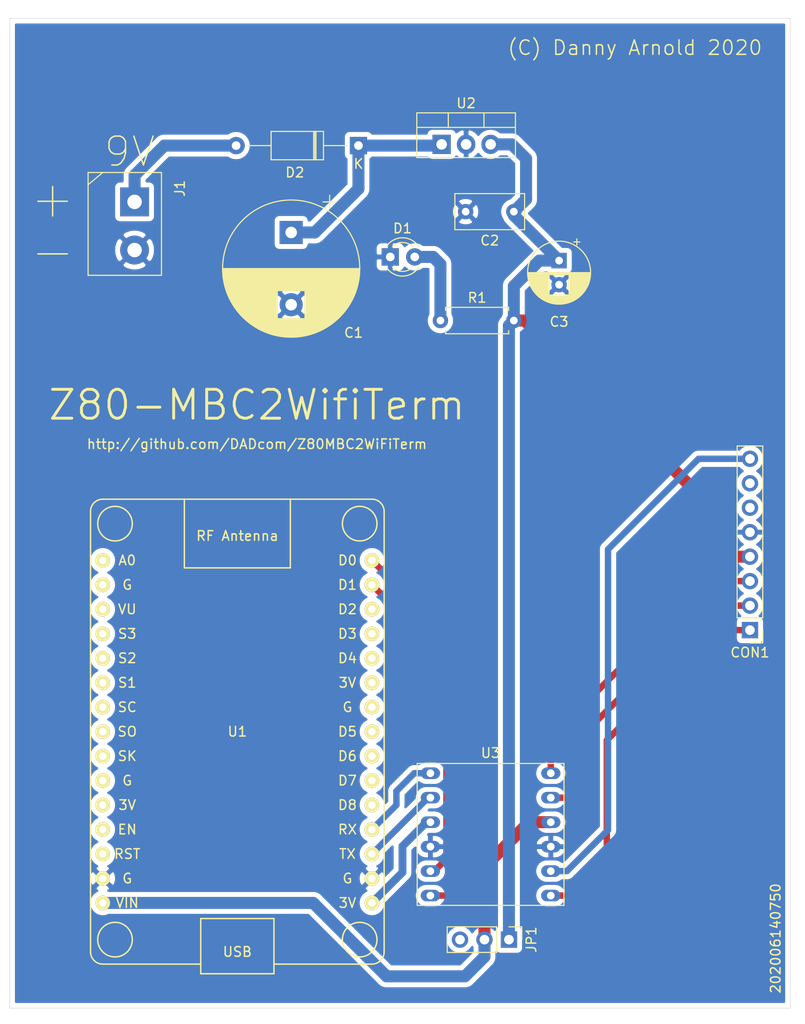
<source format=kicad_pcb>
(kicad_pcb (version 20171130) (host pcbnew "(5.1.5)-2")

  (general
    (thickness 1.6)
    (drawings 11)
    (tracks 72)
    (zones 0)
    (modules 12)
    (nets 41)
  )

  (page A4)
  (layers
    (0 F.Cu signal)
    (31 B.Cu signal)
    (32 B.Adhes user)
    (33 F.Adhes user)
    (34 B.Paste user)
    (35 F.Paste user)
    (36 B.SilkS user)
    (37 F.SilkS user)
    (38 B.Mask user)
    (39 F.Mask user)
    (40 Dwgs.User user)
    (41 Cmts.User user)
    (42 Eco1.User user)
    (43 Eco2.User user)
    (44 Edge.Cuts user)
    (45 Margin user)
    (46 B.CrtYd user)
    (47 F.CrtYd user)
    (48 B.Fab user)
    (49 F.Fab user)
  )

  (setup
    (last_trace_width 1.25)
    (user_trace_width 0.67)
    (user_trace_width 0.82)
    (user_trace_width 1.25)
    (trace_clearance 0.2)
    (zone_clearance 0.508)
    (zone_45_only no)
    (trace_min 0.2)
    (via_size 0.8)
    (via_drill 0.4)
    (via_min_size 0.4)
    (via_min_drill 0.3)
    (uvia_size 0.3)
    (uvia_drill 0.1)
    (uvias_allowed no)
    (uvia_min_size 0.2)
    (uvia_min_drill 0.1)
    (edge_width 0.05)
    (segment_width 0.2)
    (pcb_text_width 0.3)
    (pcb_text_size 1.5 1.5)
    (mod_edge_width 0.12)
    (mod_text_size 1 1)
    (mod_text_width 0.15)
    (pad_size 1.524 1.524)
    (pad_drill 0.762)
    (pad_to_mask_clearance 0.051)
    (solder_mask_min_width 0.25)
    (aux_axis_origin 0 0)
    (visible_elements 7FFFFFFF)
    (pcbplotparams
      (layerselection 0x010fc_ffffffff)
      (usegerberextensions false)
      (usegerberattributes false)
      (usegerberadvancedattributes false)
      (creategerberjobfile false)
      (excludeedgelayer true)
      (linewidth 0.100000)
      (plotframeref false)
      (viasonmask false)
      (mode 1)
      (useauxorigin false)
      (hpglpennumber 1)
      (hpglpenspeed 20)
      (hpglpendiameter 15.000000)
      (psnegative false)
      (psa4output false)
      (plotreference true)
      (plotvalue true)
      (plotinvisibletext false)
      (padsonsilk false)
      (subtractmaskfromsilk false)
      (outputformat 1)
      (mirror false)
      (drillshape 1)
      (scaleselection 1)
      (outputdirectory ""))
  )

  (net 0 "")
  (net 1 GND)
  (net 2 "Net-(C1-Pad1)")
  (net 3 +5V)
  (net 4 "Net-(D1-Pad2)")
  (net 5 "Net-(JP1-Pad3)")
  (net 6 "Net-(D2-Pad2)")
  (net 7 "Net-(U1-Pad1)")
  (net 8 "Net-(U1-Pad2)")
  (net 9 "Net-(U1-Pad3)")
  (net 10 "Net-(U1-Pad4)")
  (net 11 "Net-(U1-Pad5)")
  (net 12 "Net-(U1-Pad6)")
  (net 13 "Net-(U1-Pad7)")
  (net 14 "Net-(U1-Pad8)")
  (net 15 "Net-(U1-Pad9)")
  (net 16 "Net-(U1-Pad10)")
  (net 17 "Net-(U1-Pad11)")
  (net 18 "Net-(U1-Pad12)")
  (net 19 "Net-(U1-Pad13)")
  (net 20 "Net-(U1-Pad16)")
  (net 21 "Net-(U1-Pad18)")
  (net 22 "Net-(U1-Pad19)")
  (net 23 "Net-(U1-Pad20)")
  (net 24 "Net-(U1-Pad21)")
  (net 25 "Net-(U1-Pad22)")
  (net 26 "Net-(U1-Pad23)")
  (net 27 "Net-(U1-Pad24)")
  (net 28 "Net-(U1-Pad25)")
  (net 29 "Net-(U1-Pad26)")
  (net 30 "Net-(U1-Pad27)")
  (net 31 "Net-(U1-Pad28)")
  (net 32 "Net-(U1-Pad29)")
  (net 33 "Net-(U1-Pad30)")
  (net 34 "Net-(CON1-Pad8)")
  (net 35 "Net-(CON1-Pad7)")
  (net 36 "Net-(CON1-Pad6)")
  (net 37 "Net-(CON1-Pad3)")
  (net 38 "Net-(CON1-Pad2)")
  (net 39 "Net-(CON1-Pad1)")
  (net 40 "Net-(JP1-Pad2)")

  (net_class Default "This is the default net class."
    (clearance 0.2)
    (trace_width 0.25)
    (via_dia 0.8)
    (via_drill 0.4)
    (uvia_dia 0.3)
    (uvia_drill 0.1)
    (add_net +5V)
    (add_net GND)
    (add_net "Net-(C1-Pad1)")
    (add_net "Net-(CON1-Pad1)")
    (add_net "Net-(CON1-Pad2)")
    (add_net "Net-(CON1-Pad3)")
    (add_net "Net-(CON1-Pad6)")
    (add_net "Net-(CON1-Pad7)")
    (add_net "Net-(CON1-Pad8)")
    (add_net "Net-(D1-Pad2)")
    (add_net "Net-(D2-Pad2)")
    (add_net "Net-(JP1-Pad2)")
    (add_net "Net-(JP1-Pad3)")
    (add_net "Net-(U1-Pad1)")
    (add_net "Net-(U1-Pad10)")
    (add_net "Net-(U1-Pad11)")
    (add_net "Net-(U1-Pad12)")
    (add_net "Net-(U1-Pad13)")
    (add_net "Net-(U1-Pad16)")
    (add_net "Net-(U1-Pad18)")
    (add_net "Net-(U1-Pad19)")
    (add_net "Net-(U1-Pad2)")
    (add_net "Net-(U1-Pad20)")
    (add_net "Net-(U1-Pad21)")
    (add_net "Net-(U1-Pad22)")
    (add_net "Net-(U1-Pad23)")
    (add_net "Net-(U1-Pad24)")
    (add_net "Net-(U1-Pad25)")
    (add_net "Net-(U1-Pad26)")
    (add_net "Net-(U1-Pad27)")
    (add_net "Net-(U1-Pad28)")
    (add_net "Net-(U1-Pad29)")
    (add_net "Net-(U1-Pad3)")
    (add_net "Net-(U1-Pad30)")
    (add_net "Net-(U1-Pad4)")
    (add_net "Net-(U1-Pad5)")
    (add_net "Net-(U1-Pad6)")
    (add_net "Net-(U1-Pad7)")
    (add_net "Net-(U1-Pad8)")
    (add_net "Net-(U1-Pad9)")
  )

  (module Package_TO_SOT_THT:TO-220-3_Vertical (layer F.Cu) (tedit 5AC8BA0D) (tstamp 5EE6A329)
    (at 82.169 58.547)
    (descr "TO-220-3, Vertical, RM 2.54mm, see https://www.vishay.com/docs/66542/to-220-1.pdf")
    (tags "TO-220-3 Vertical RM 2.54mm")
    (path /5EE5D9F3)
    (fp_text reference U2 (at 2.54 -4.27) (layer F.SilkS)
      (effects (font (size 1 1) (thickness 0.15)))
    )
    (fp_text value L7805 (at 11.176 -2.667) (layer F.Fab)
      (effects (font (size 1 1) (thickness 0.15)))
    )
    (fp_text user %R (at 2.54 -4.27) (layer F.Fab)
      (effects (font (size 1 1) (thickness 0.15)))
    )
    (fp_line (start 7.79 -3.4) (end -2.71 -3.4) (layer F.CrtYd) (width 0.05))
    (fp_line (start 7.79 1.51) (end 7.79 -3.4) (layer F.CrtYd) (width 0.05))
    (fp_line (start -2.71 1.51) (end 7.79 1.51) (layer F.CrtYd) (width 0.05))
    (fp_line (start -2.71 -3.4) (end -2.71 1.51) (layer F.CrtYd) (width 0.05))
    (fp_line (start 4.391 -3.27) (end 4.391 -1.76) (layer F.SilkS) (width 0.12))
    (fp_line (start 0.69 -3.27) (end 0.69 -1.76) (layer F.SilkS) (width 0.12))
    (fp_line (start -2.58 -1.76) (end 7.66 -1.76) (layer F.SilkS) (width 0.12))
    (fp_line (start 7.66 -3.27) (end 7.66 1.371) (layer F.SilkS) (width 0.12))
    (fp_line (start -2.58 -3.27) (end -2.58 1.371) (layer F.SilkS) (width 0.12))
    (fp_line (start -2.58 1.371) (end 7.66 1.371) (layer F.SilkS) (width 0.12))
    (fp_line (start -2.58 -3.27) (end 7.66 -3.27) (layer F.SilkS) (width 0.12))
    (fp_line (start 4.39 -3.15) (end 4.39 -1.88) (layer F.Fab) (width 0.1))
    (fp_line (start 0.69 -3.15) (end 0.69 -1.88) (layer F.Fab) (width 0.1))
    (fp_line (start -2.46 -1.88) (end 7.54 -1.88) (layer F.Fab) (width 0.1))
    (fp_line (start 7.54 -3.15) (end -2.46 -3.15) (layer F.Fab) (width 0.1))
    (fp_line (start 7.54 1.25) (end 7.54 -3.15) (layer F.Fab) (width 0.1))
    (fp_line (start -2.46 1.25) (end 7.54 1.25) (layer F.Fab) (width 0.1))
    (fp_line (start -2.46 -3.15) (end -2.46 1.25) (layer F.Fab) (width 0.1))
    (pad 3 thru_hole oval (at 5.08 0) (size 1.905 2) (drill 1.1) (layers *.Cu *.Mask)
      (net 3 +5V))
    (pad 2 thru_hole oval (at 2.54 0) (size 1.905 2) (drill 1.1) (layers *.Cu *.Mask)
      (net 1 GND))
    (pad 1 thru_hole rect (at 0 0) (size 1.905 2) (drill 1.1) (layers *.Cu *.Mask)
      (net 2 "Net-(C1-Pad1)"))
    (model ${KISYS3DMOD}/Package_TO_SOT_THT.3dshapes/TO-220-3_Vertical.wrl
      (at (xyz 0 0 0))
      (scale (xyz 1 1 1))
      (rotate (xyz 0 0 0))
    )
  )

  (module Resistor_THT:R_Axial_DIN0207_L6.3mm_D2.5mm_P7.62mm_Horizontal (layer F.Cu) (tedit 5AE5139B) (tstamp 5EE6BCC1)
    (at 82.042 76.835)
    (descr "Resistor, Axial_DIN0207 series, Axial, Horizontal, pin pitch=7.62mm, 0.25W = 1/4W, length*diameter=6.3*2.5mm^2, http://cdn-reichelt.de/documents/datenblatt/B400/1_4W%23YAG.pdf")
    (tags "Resistor Axial_DIN0207 series Axial Horizontal pin pitch 7.62mm 0.25W = 1/4W length 6.3mm diameter 2.5mm")
    (path /5EE6B80B)
    (fp_text reference R1 (at 3.81 -2.37) (layer F.SilkS)
      (effects (font (size 1 1) (thickness 0.15)))
    )
    (fp_text value 150R (at 3.683 3.175) (layer F.Fab)
      (effects (font (size 1 1) (thickness 0.15)))
    )
    (fp_text user %R (at 3.81 0) (layer F.Fab)
      (effects (font (size 1 1) (thickness 0.15)))
    )
    (fp_line (start 8.67 -1.5) (end -1.05 -1.5) (layer F.CrtYd) (width 0.05))
    (fp_line (start 8.67 1.5) (end 8.67 -1.5) (layer F.CrtYd) (width 0.05))
    (fp_line (start -1.05 1.5) (end 8.67 1.5) (layer F.CrtYd) (width 0.05))
    (fp_line (start -1.05 -1.5) (end -1.05 1.5) (layer F.CrtYd) (width 0.05))
    (fp_line (start 7.08 1.37) (end 7.08 1.04) (layer F.SilkS) (width 0.12))
    (fp_line (start 0.54 1.37) (end 7.08 1.37) (layer F.SilkS) (width 0.12))
    (fp_line (start 0.54 1.04) (end 0.54 1.37) (layer F.SilkS) (width 0.12))
    (fp_line (start 7.08 -1.37) (end 7.08 -1.04) (layer F.SilkS) (width 0.12))
    (fp_line (start 0.54 -1.37) (end 7.08 -1.37) (layer F.SilkS) (width 0.12))
    (fp_line (start 0.54 -1.04) (end 0.54 -1.37) (layer F.SilkS) (width 0.12))
    (fp_line (start 7.62 0) (end 6.96 0) (layer F.Fab) (width 0.1))
    (fp_line (start 0 0) (end 0.66 0) (layer F.Fab) (width 0.1))
    (fp_line (start 6.96 -1.25) (end 0.66 -1.25) (layer F.Fab) (width 0.1))
    (fp_line (start 6.96 1.25) (end 6.96 -1.25) (layer F.Fab) (width 0.1))
    (fp_line (start 0.66 1.25) (end 6.96 1.25) (layer F.Fab) (width 0.1))
    (fp_line (start 0.66 -1.25) (end 0.66 1.25) (layer F.Fab) (width 0.1))
    (pad 2 thru_hole oval (at 7.62 0) (size 1.6 1.6) (drill 0.8) (layers *.Cu *.Mask)
      (net 3 +5V))
    (pad 1 thru_hole circle (at 0 0) (size 1.6 1.6) (drill 0.8) (layers *.Cu *.Mask)
      (net 4 "Net-(D1-Pad2)"))
    (model ${KISYS3DMOD}/Resistor_THT.3dshapes/R_Axial_DIN0207_L6.3mm_D2.5mm_P7.62mm_Horizontal.wrl
      (at (xyz 0 0 0))
      (scale (xyz 1 1 1))
      (rotate (xyz 0 0 0))
    )
  )

  (module WifiTerm:ScrewTerm1x02_P5.00mm (layer F.Cu) (tedit 5EE5AEF9) (tstamp 5EE6A222)
    (at 50.292 64.516 270)
    (descr "Altech AK300 serie terminal block (Script generated with StandardBox.py) (http://www.altechcorp.com/PDFS/PCBMETRC.PDF)")
    (tags "Altech AK300 serie connector")
    (path /5EE5A8BF)
    (fp_text reference J1 (at -1.397 -4.699 90) (layer F.SilkS)
      (effects (font (size 1 1) (thickness 0.15)))
    )
    (fp_text value Screw_Terminal_01x02 (at 10.287 0.508 180) (layer F.Fab)
      (effects (font (size 1 1) (thickness 0.15)))
    )
    (fp_line (start -3.048 3.302) (end -1.778 4.826) (layer F.SilkS) (width 0.12))
    (fp_line (start -3.048 4.826) (end -3.048 -2.794) (layer F.SilkS) (width 0.12))
    (fp_line (start 7.62 4.826) (end -3.048 4.826) (layer F.SilkS) (width 0.12))
    (fp_line (start 7.62 -2.794) (end 7.62 4.826) (layer F.SilkS) (width 0.12))
    (fp_line (start -3.048 -2.794) (end 7.62 -2.794) (layer F.SilkS) (width 0.12))
    (fp_text user %R (at -1.524 -4.699 90) (layer F.Fab)
      (effects (font (size 1 1) (thickness 0.15)))
    )
    (pad 2 thru_hole circle (at 5 0 270) (size 3 3) (drill 1.5) (layers *.Cu *.Mask)
      (net 1 GND))
    (pad 1 thru_hole rect (at 0 0 270) (size 3 3) (drill 1.5) (layers *.Cu *.Mask)
      (net 6 "Net-(D2-Pad2)"))
    (model "D:/dev/Z80MBC2WiFiTerm/Kicad/ESP8266.3dshapes/Screw Terminal.step"
      (offset (xyz 2.5 0.5 0))
      (scale (xyz 1 1 1))
      (rotate (xyz 90 -180 90))
    )
  )

  (module Diode_THT:D_A-405_P12.70mm_Horizontal (layer F.Cu) (tedit 5AE50CD5) (tstamp 5EE6A216)
    (at 73.533 58.674 180)
    (descr "Diode, A-405 series, Axial, Horizontal, pin pitch=12.7mm, , length*diameter=5.2*2.7mm^2, , http://www.diodes.com/_files/packages/A-405.pdf")
    (tags "Diode A-405 series Axial Horizontal pin pitch 12.7mm  length 5.2mm diameter 2.7mm")
    (path /5EECC653)
    (fp_text reference D2 (at 6.604 -2.794) (layer F.SilkS)
      (effects (font (size 1 1) (thickness 0.15)))
    )
    (fp_text value 1N4001 (at 6.35 2.47) (layer F.Fab)
      (effects (font (size 1 1) (thickness 0.15)))
    )
    (fp_text user K (at 0 -1.9) (layer F.SilkS)
      (effects (font (size 1 1) (thickness 0.15)))
    )
    (fp_text user K (at 0 -1.9) (layer F.Fab)
      (effects (font (size 1 1) (thickness 0.15)))
    )
    (fp_text user %R (at 6.74 0) (layer F.Fab)
      (effects (font (size 1 1) (thickness 0.15)))
    )
    (fp_line (start 13.85 -1.6) (end -1.15 -1.6) (layer F.CrtYd) (width 0.05))
    (fp_line (start 13.85 1.6) (end 13.85 -1.6) (layer F.CrtYd) (width 0.05))
    (fp_line (start -1.15 1.6) (end 13.85 1.6) (layer F.CrtYd) (width 0.05))
    (fp_line (start -1.15 -1.6) (end -1.15 1.6) (layer F.CrtYd) (width 0.05))
    (fp_line (start 4.41 -1.47) (end 4.41 1.47) (layer F.SilkS) (width 0.12))
    (fp_line (start 4.65 -1.47) (end 4.65 1.47) (layer F.SilkS) (width 0.12))
    (fp_line (start 4.53 -1.47) (end 4.53 1.47) (layer F.SilkS) (width 0.12))
    (fp_line (start 11.56 0) (end 9.07 0) (layer F.SilkS) (width 0.12))
    (fp_line (start 1.14 0) (end 3.63 0) (layer F.SilkS) (width 0.12))
    (fp_line (start 9.07 -1.47) (end 3.63 -1.47) (layer F.SilkS) (width 0.12))
    (fp_line (start 9.07 1.47) (end 9.07 -1.47) (layer F.SilkS) (width 0.12))
    (fp_line (start 3.63 1.47) (end 9.07 1.47) (layer F.SilkS) (width 0.12))
    (fp_line (start 3.63 -1.47) (end 3.63 1.47) (layer F.SilkS) (width 0.12))
    (fp_line (start 4.43 -1.35) (end 4.43 1.35) (layer F.Fab) (width 0.1))
    (fp_line (start 4.63 -1.35) (end 4.63 1.35) (layer F.Fab) (width 0.1))
    (fp_line (start 4.53 -1.35) (end 4.53 1.35) (layer F.Fab) (width 0.1))
    (fp_line (start 12.7 0) (end 8.95 0) (layer F.Fab) (width 0.1))
    (fp_line (start 0 0) (end 3.75 0) (layer F.Fab) (width 0.1))
    (fp_line (start 8.95 -1.35) (end 3.75 -1.35) (layer F.Fab) (width 0.1))
    (fp_line (start 8.95 1.35) (end 8.95 -1.35) (layer F.Fab) (width 0.1))
    (fp_line (start 3.75 1.35) (end 8.95 1.35) (layer F.Fab) (width 0.1))
    (fp_line (start 3.75 -1.35) (end 3.75 1.35) (layer F.Fab) (width 0.1))
    (pad 2 thru_hole oval (at 12.7 0 180) (size 1.8 1.8) (drill 0.9) (layers *.Cu *.Mask)
      (net 6 "Net-(D2-Pad2)"))
    (pad 1 thru_hole rect (at 0 0 180) (size 1.8 1.8) (drill 0.9) (layers *.Cu *.Mask)
      (net 2 "Net-(C1-Pad1)"))
    (model ${KISYS3DMOD}/Diode_THT.3dshapes/D_A-405_P12.70mm_Horizontal.wrl
      (at (xyz 0 0 0))
      (scale (xyz 1 1 1))
      (rotate (xyz 0 0 0))
    )
  )

  (module LED_THT:LED_D3.0mm (layer F.Cu) (tedit 587A3A7B) (tstamp 5EE6A1F7)
    (at 76.835 70.231)
    (descr "LED, diameter 3.0mm, 2 pins")
    (tags "LED diameter 3.0mm 2 pins")
    (path /5EE68E94)
    (fp_text reference D1 (at 1.27 -2.96) (layer F.SilkS)
      (effects (font (size 1 1) (thickness 0.15)))
    )
    (fp_text value LED (at 1.27 2.96) (layer F.Fab)
      (effects (font (size 1 1) (thickness 0.15)))
    )
    (fp_line (start 3.7 -2.25) (end -1.15 -2.25) (layer F.CrtYd) (width 0.05))
    (fp_line (start 3.7 2.25) (end 3.7 -2.25) (layer F.CrtYd) (width 0.05))
    (fp_line (start -1.15 2.25) (end 3.7 2.25) (layer F.CrtYd) (width 0.05))
    (fp_line (start -1.15 -2.25) (end -1.15 2.25) (layer F.CrtYd) (width 0.05))
    (fp_line (start -0.29 1.08) (end -0.29 1.236) (layer F.SilkS) (width 0.12))
    (fp_line (start -0.29 -1.236) (end -0.29 -1.08) (layer F.SilkS) (width 0.12))
    (fp_line (start -0.23 -1.16619) (end -0.23 1.16619) (layer F.Fab) (width 0.1))
    (fp_circle (center 1.27 0) (end 2.77 0) (layer F.Fab) (width 0.1))
    (fp_arc (start 1.27 0) (end 0.229039 1.08) (angle -87.9) (layer F.SilkS) (width 0.12))
    (fp_arc (start 1.27 0) (end 0.229039 -1.08) (angle 87.9) (layer F.SilkS) (width 0.12))
    (fp_arc (start 1.27 0) (end -0.29 1.235516) (angle -108.8) (layer F.SilkS) (width 0.12))
    (fp_arc (start 1.27 0) (end -0.29 -1.235516) (angle 108.8) (layer F.SilkS) (width 0.12))
    (fp_arc (start 1.27 0) (end -0.23 -1.16619) (angle 284.3) (layer F.Fab) (width 0.1))
    (pad 2 thru_hole circle (at 2.54 0) (size 1.8 1.8) (drill 0.9) (layers *.Cu *.Mask)
      (net 4 "Net-(D1-Pad2)"))
    (pad 1 thru_hole rect (at 0 0) (size 1.8 1.8) (drill 0.9) (layers *.Cu *.Mask)
      (net 1 GND))
    (model ${KISYS3DMOD}/LED_THT.3dshapes/LED_D3.0mm.wrl
      (at (xyz 0 0 0))
      (scale (xyz 1 1 1))
      (rotate (xyz 0 0 0))
    )
  )

  (module Capacitor_THT:CP_Radial_D6.3mm_P2.50mm (layer F.Cu) (tedit 5AE50EF0) (tstamp 5EE6B5C1)
    (at 94.361 70.612 270)
    (descr "CP, Radial series, Radial, pin pitch=2.50mm, , diameter=6.3mm, Electrolytic Capacitor")
    (tags "CP Radial series Radial pin pitch 2.50mm  diameter 6.3mm Electrolytic Capacitor")
    (path /5EE60221)
    (fp_text reference C3 (at 6.35 0 180) (layer F.SilkS)
      (effects (font (size 1 1) (thickness 0.15)))
    )
    (fp_text value 100uF (at -3.81 -1.651 180) (layer F.Fab)
      (effects (font (size 1 1) (thickness 0.15)))
    )
    (fp_text user %R (at 1.25 0 90) (layer F.Fab)
      (effects (font (size 1 1) (thickness 0.15)))
    )
    (fp_line (start -1.935241 -2.154) (end -1.935241 -1.524) (layer F.SilkS) (width 0.12))
    (fp_line (start -2.250241 -1.839) (end -1.620241 -1.839) (layer F.SilkS) (width 0.12))
    (fp_line (start 4.491 -0.402) (end 4.491 0.402) (layer F.SilkS) (width 0.12))
    (fp_line (start 4.451 -0.633) (end 4.451 0.633) (layer F.SilkS) (width 0.12))
    (fp_line (start 4.411 -0.802) (end 4.411 0.802) (layer F.SilkS) (width 0.12))
    (fp_line (start 4.371 -0.94) (end 4.371 0.94) (layer F.SilkS) (width 0.12))
    (fp_line (start 4.331 -1.059) (end 4.331 1.059) (layer F.SilkS) (width 0.12))
    (fp_line (start 4.291 -1.165) (end 4.291 1.165) (layer F.SilkS) (width 0.12))
    (fp_line (start 4.251 -1.262) (end 4.251 1.262) (layer F.SilkS) (width 0.12))
    (fp_line (start 4.211 -1.35) (end 4.211 1.35) (layer F.SilkS) (width 0.12))
    (fp_line (start 4.171 -1.432) (end 4.171 1.432) (layer F.SilkS) (width 0.12))
    (fp_line (start 4.131 -1.509) (end 4.131 1.509) (layer F.SilkS) (width 0.12))
    (fp_line (start 4.091 -1.581) (end 4.091 1.581) (layer F.SilkS) (width 0.12))
    (fp_line (start 4.051 -1.65) (end 4.051 1.65) (layer F.SilkS) (width 0.12))
    (fp_line (start 4.011 -1.714) (end 4.011 1.714) (layer F.SilkS) (width 0.12))
    (fp_line (start 3.971 -1.776) (end 3.971 1.776) (layer F.SilkS) (width 0.12))
    (fp_line (start 3.931 -1.834) (end 3.931 1.834) (layer F.SilkS) (width 0.12))
    (fp_line (start 3.891 -1.89) (end 3.891 1.89) (layer F.SilkS) (width 0.12))
    (fp_line (start 3.851 -1.944) (end 3.851 1.944) (layer F.SilkS) (width 0.12))
    (fp_line (start 3.811 -1.995) (end 3.811 1.995) (layer F.SilkS) (width 0.12))
    (fp_line (start 3.771 -2.044) (end 3.771 2.044) (layer F.SilkS) (width 0.12))
    (fp_line (start 3.731 -2.092) (end 3.731 2.092) (layer F.SilkS) (width 0.12))
    (fp_line (start 3.691 -2.137) (end 3.691 2.137) (layer F.SilkS) (width 0.12))
    (fp_line (start 3.651 -2.182) (end 3.651 2.182) (layer F.SilkS) (width 0.12))
    (fp_line (start 3.611 -2.224) (end 3.611 2.224) (layer F.SilkS) (width 0.12))
    (fp_line (start 3.571 -2.265) (end 3.571 2.265) (layer F.SilkS) (width 0.12))
    (fp_line (start 3.531 1.04) (end 3.531 2.305) (layer F.SilkS) (width 0.12))
    (fp_line (start 3.531 -2.305) (end 3.531 -1.04) (layer F.SilkS) (width 0.12))
    (fp_line (start 3.491 1.04) (end 3.491 2.343) (layer F.SilkS) (width 0.12))
    (fp_line (start 3.491 -2.343) (end 3.491 -1.04) (layer F.SilkS) (width 0.12))
    (fp_line (start 3.451 1.04) (end 3.451 2.38) (layer F.SilkS) (width 0.12))
    (fp_line (start 3.451 -2.38) (end 3.451 -1.04) (layer F.SilkS) (width 0.12))
    (fp_line (start 3.411 1.04) (end 3.411 2.416) (layer F.SilkS) (width 0.12))
    (fp_line (start 3.411 -2.416) (end 3.411 -1.04) (layer F.SilkS) (width 0.12))
    (fp_line (start 3.371 1.04) (end 3.371 2.45) (layer F.SilkS) (width 0.12))
    (fp_line (start 3.371 -2.45) (end 3.371 -1.04) (layer F.SilkS) (width 0.12))
    (fp_line (start 3.331 1.04) (end 3.331 2.484) (layer F.SilkS) (width 0.12))
    (fp_line (start 3.331 -2.484) (end 3.331 -1.04) (layer F.SilkS) (width 0.12))
    (fp_line (start 3.291 1.04) (end 3.291 2.516) (layer F.SilkS) (width 0.12))
    (fp_line (start 3.291 -2.516) (end 3.291 -1.04) (layer F.SilkS) (width 0.12))
    (fp_line (start 3.251 1.04) (end 3.251 2.548) (layer F.SilkS) (width 0.12))
    (fp_line (start 3.251 -2.548) (end 3.251 -1.04) (layer F.SilkS) (width 0.12))
    (fp_line (start 3.211 1.04) (end 3.211 2.578) (layer F.SilkS) (width 0.12))
    (fp_line (start 3.211 -2.578) (end 3.211 -1.04) (layer F.SilkS) (width 0.12))
    (fp_line (start 3.171 1.04) (end 3.171 2.607) (layer F.SilkS) (width 0.12))
    (fp_line (start 3.171 -2.607) (end 3.171 -1.04) (layer F.SilkS) (width 0.12))
    (fp_line (start 3.131 1.04) (end 3.131 2.636) (layer F.SilkS) (width 0.12))
    (fp_line (start 3.131 -2.636) (end 3.131 -1.04) (layer F.SilkS) (width 0.12))
    (fp_line (start 3.091 1.04) (end 3.091 2.664) (layer F.SilkS) (width 0.12))
    (fp_line (start 3.091 -2.664) (end 3.091 -1.04) (layer F.SilkS) (width 0.12))
    (fp_line (start 3.051 1.04) (end 3.051 2.69) (layer F.SilkS) (width 0.12))
    (fp_line (start 3.051 -2.69) (end 3.051 -1.04) (layer F.SilkS) (width 0.12))
    (fp_line (start 3.011 1.04) (end 3.011 2.716) (layer F.SilkS) (width 0.12))
    (fp_line (start 3.011 -2.716) (end 3.011 -1.04) (layer F.SilkS) (width 0.12))
    (fp_line (start 2.971 1.04) (end 2.971 2.742) (layer F.SilkS) (width 0.12))
    (fp_line (start 2.971 -2.742) (end 2.971 -1.04) (layer F.SilkS) (width 0.12))
    (fp_line (start 2.931 1.04) (end 2.931 2.766) (layer F.SilkS) (width 0.12))
    (fp_line (start 2.931 -2.766) (end 2.931 -1.04) (layer F.SilkS) (width 0.12))
    (fp_line (start 2.891 1.04) (end 2.891 2.79) (layer F.SilkS) (width 0.12))
    (fp_line (start 2.891 -2.79) (end 2.891 -1.04) (layer F.SilkS) (width 0.12))
    (fp_line (start 2.851 1.04) (end 2.851 2.812) (layer F.SilkS) (width 0.12))
    (fp_line (start 2.851 -2.812) (end 2.851 -1.04) (layer F.SilkS) (width 0.12))
    (fp_line (start 2.811 1.04) (end 2.811 2.834) (layer F.SilkS) (width 0.12))
    (fp_line (start 2.811 -2.834) (end 2.811 -1.04) (layer F.SilkS) (width 0.12))
    (fp_line (start 2.771 1.04) (end 2.771 2.856) (layer F.SilkS) (width 0.12))
    (fp_line (start 2.771 -2.856) (end 2.771 -1.04) (layer F.SilkS) (width 0.12))
    (fp_line (start 2.731 1.04) (end 2.731 2.876) (layer F.SilkS) (width 0.12))
    (fp_line (start 2.731 -2.876) (end 2.731 -1.04) (layer F.SilkS) (width 0.12))
    (fp_line (start 2.691 1.04) (end 2.691 2.896) (layer F.SilkS) (width 0.12))
    (fp_line (start 2.691 -2.896) (end 2.691 -1.04) (layer F.SilkS) (width 0.12))
    (fp_line (start 2.651 1.04) (end 2.651 2.916) (layer F.SilkS) (width 0.12))
    (fp_line (start 2.651 -2.916) (end 2.651 -1.04) (layer F.SilkS) (width 0.12))
    (fp_line (start 2.611 1.04) (end 2.611 2.934) (layer F.SilkS) (width 0.12))
    (fp_line (start 2.611 -2.934) (end 2.611 -1.04) (layer F.SilkS) (width 0.12))
    (fp_line (start 2.571 1.04) (end 2.571 2.952) (layer F.SilkS) (width 0.12))
    (fp_line (start 2.571 -2.952) (end 2.571 -1.04) (layer F.SilkS) (width 0.12))
    (fp_line (start 2.531 1.04) (end 2.531 2.97) (layer F.SilkS) (width 0.12))
    (fp_line (start 2.531 -2.97) (end 2.531 -1.04) (layer F.SilkS) (width 0.12))
    (fp_line (start 2.491 1.04) (end 2.491 2.986) (layer F.SilkS) (width 0.12))
    (fp_line (start 2.491 -2.986) (end 2.491 -1.04) (layer F.SilkS) (width 0.12))
    (fp_line (start 2.451 1.04) (end 2.451 3.002) (layer F.SilkS) (width 0.12))
    (fp_line (start 2.451 -3.002) (end 2.451 -1.04) (layer F.SilkS) (width 0.12))
    (fp_line (start 2.411 1.04) (end 2.411 3.018) (layer F.SilkS) (width 0.12))
    (fp_line (start 2.411 -3.018) (end 2.411 -1.04) (layer F.SilkS) (width 0.12))
    (fp_line (start 2.371 1.04) (end 2.371 3.033) (layer F.SilkS) (width 0.12))
    (fp_line (start 2.371 -3.033) (end 2.371 -1.04) (layer F.SilkS) (width 0.12))
    (fp_line (start 2.331 1.04) (end 2.331 3.047) (layer F.SilkS) (width 0.12))
    (fp_line (start 2.331 -3.047) (end 2.331 -1.04) (layer F.SilkS) (width 0.12))
    (fp_line (start 2.291 1.04) (end 2.291 3.061) (layer F.SilkS) (width 0.12))
    (fp_line (start 2.291 -3.061) (end 2.291 -1.04) (layer F.SilkS) (width 0.12))
    (fp_line (start 2.251 1.04) (end 2.251 3.074) (layer F.SilkS) (width 0.12))
    (fp_line (start 2.251 -3.074) (end 2.251 -1.04) (layer F.SilkS) (width 0.12))
    (fp_line (start 2.211 1.04) (end 2.211 3.086) (layer F.SilkS) (width 0.12))
    (fp_line (start 2.211 -3.086) (end 2.211 -1.04) (layer F.SilkS) (width 0.12))
    (fp_line (start 2.171 1.04) (end 2.171 3.098) (layer F.SilkS) (width 0.12))
    (fp_line (start 2.171 -3.098) (end 2.171 -1.04) (layer F.SilkS) (width 0.12))
    (fp_line (start 2.131 1.04) (end 2.131 3.11) (layer F.SilkS) (width 0.12))
    (fp_line (start 2.131 -3.11) (end 2.131 -1.04) (layer F.SilkS) (width 0.12))
    (fp_line (start 2.091 1.04) (end 2.091 3.121) (layer F.SilkS) (width 0.12))
    (fp_line (start 2.091 -3.121) (end 2.091 -1.04) (layer F.SilkS) (width 0.12))
    (fp_line (start 2.051 1.04) (end 2.051 3.131) (layer F.SilkS) (width 0.12))
    (fp_line (start 2.051 -3.131) (end 2.051 -1.04) (layer F.SilkS) (width 0.12))
    (fp_line (start 2.011 1.04) (end 2.011 3.141) (layer F.SilkS) (width 0.12))
    (fp_line (start 2.011 -3.141) (end 2.011 -1.04) (layer F.SilkS) (width 0.12))
    (fp_line (start 1.971 1.04) (end 1.971 3.15) (layer F.SilkS) (width 0.12))
    (fp_line (start 1.971 -3.15) (end 1.971 -1.04) (layer F.SilkS) (width 0.12))
    (fp_line (start 1.93 1.04) (end 1.93 3.159) (layer F.SilkS) (width 0.12))
    (fp_line (start 1.93 -3.159) (end 1.93 -1.04) (layer F.SilkS) (width 0.12))
    (fp_line (start 1.89 1.04) (end 1.89 3.167) (layer F.SilkS) (width 0.12))
    (fp_line (start 1.89 -3.167) (end 1.89 -1.04) (layer F.SilkS) (width 0.12))
    (fp_line (start 1.85 1.04) (end 1.85 3.175) (layer F.SilkS) (width 0.12))
    (fp_line (start 1.85 -3.175) (end 1.85 -1.04) (layer F.SilkS) (width 0.12))
    (fp_line (start 1.81 1.04) (end 1.81 3.182) (layer F.SilkS) (width 0.12))
    (fp_line (start 1.81 -3.182) (end 1.81 -1.04) (layer F.SilkS) (width 0.12))
    (fp_line (start 1.77 1.04) (end 1.77 3.189) (layer F.SilkS) (width 0.12))
    (fp_line (start 1.77 -3.189) (end 1.77 -1.04) (layer F.SilkS) (width 0.12))
    (fp_line (start 1.73 1.04) (end 1.73 3.195) (layer F.SilkS) (width 0.12))
    (fp_line (start 1.73 -3.195) (end 1.73 -1.04) (layer F.SilkS) (width 0.12))
    (fp_line (start 1.69 1.04) (end 1.69 3.201) (layer F.SilkS) (width 0.12))
    (fp_line (start 1.69 -3.201) (end 1.69 -1.04) (layer F.SilkS) (width 0.12))
    (fp_line (start 1.65 1.04) (end 1.65 3.206) (layer F.SilkS) (width 0.12))
    (fp_line (start 1.65 -3.206) (end 1.65 -1.04) (layer F.SilkS) (width 0.12))
    (fp_line (start 1.61 1.04) (end 1.61 3.211) (layer F.SilkS) (width 0.12))
    (fp_line (start 1.61 -3.211) (end 1.61 -1.04) (layer F.SilkS) (width 0.12))
    (fp_line (start 1.57 1.04) (end 1.57 3.215) (layer F.SilkS) (width 0.12))
    (fp_line (start 1.57 -3.215) (end 1.57 -1.04) (layer F.SilkS) (width 0.12))
    (fp_line (start 1.53 1.04) (end 1.53 3.218) (layer F.SilkS) (width 0.12))
    (fp_line (start 1.53 -3.218) (end 1.53 -1.04) (layer F.SilkS) (width 0.12))
    (fp_line (start 1.49 1.04) (end 1.49 3.222) (layer F.SilkS) (width 0.12))
    (fp_line (start 1.49 -3.222) (end 1.49 -1.04) (layer F.SilkS) (width 0.12))
    (fp_line (start 1.45 -3.224) (end 1.45 3.224) (layer F.SilkS) (width 0.12))
    (fp_line (start 1.41 -3.227) (end 1.41 3.227) (layer F.SilkS) (width 0.12))
    (fp_line (start 1.37 -3.228) (end 1.37 3.228) (layer F.SilkS) (width 0.12))
    (fp_line (start 1.33 -3.23) (end 1.33 3.23) (layer F.SilkS) (width 0.12))
    (fp_line (start 1.29 -3.23) (end 1.29 3.23) (layer F.SilkS) (width 0.12))
    (fp_line (start 1.25 -3.23) (end 1.25 3.23) (layer F.SilkS) (width 0.12))
    (fp_line (start -1.128972 -1.6885) (end -1.128972 -1.0585) (layer F.Fab) (width 0.1))
    (fp_line (start -1.443972 -1.3735) (end -0.813972 -1.3735) (layer F.Fab) (width 0.1))
    (fp_circle (center 1.25 0) (end 4.65 0) (layer F.CrtYd) (width 0.05))
    (fp_circle (center 1.25 0) (end 4.52 0) (layer F.SilkS) (width 0.12))
    (fp_circle (center 1.25 0) (end 4.4 0) (layer F.Fab) (width 0.1))
    (pad 2 thru_hole circle (at 2.5 0 270) (size 1.6 1.6) (drill 0.8) (layers *.Cu *.Mask)
      (net 1 GND))
    (pad 1 thru_hole rect (at 0 0 270) (size 1.6 1.6) (drill 0.8) (layers *.Cu *.Mask)
      (net 3 +5V))
    (model ${KISYS3DMOD}/Capacitor_THT.3dshapes/CP_Radial_D6.3mm_P2.50mm.wrl
      (at (xyz 0 0 0))
      (scale (xyz 1 1 1))
      (rotate (xyz 0 0 0))
    )
  )

  (module Capacitor_THT:C_Rect_L7.0mm_W3.5mm_P5.00mm (layer F.Cu) (tedit 5AE50EF0) (tstamp 5EE6A150)
    (at 89.662 65.532 180)
    (descr "C, Rect series, Radial, pin pitch=5.00mm, , length*width=7*3.5mm^2, Capacitor")
    (tags "C Rect series Radial pin pitch 5.00mm  length 7mm width 3.5mm Capacitor")
    (path /5EE63B75)
    (fp_text reference C2 (at 2.5 -3) (layer F.SilkS)
      (effects (font (size 1 1) (thickness 0.15)))
    )
    (fp_text value 100nF (at 2.413 3.048) (layer F.Fab)
      (effects (font (size 1 1) (thickness 0.15)))
    )
    (fp_text user %R (at 2.5 0) (layer F.Fab)
      (effects (font (size 1 1) (thickness 0.15)))
    )
    (fp_line (start 6.25 -2) (end -1.25 -2) (layer F.CrtYd) (width 0.05))
    (fp_line (start 6.25 2) (end 6.25 -2) (layer F.CrtYd) (width 0.05))
    (fp_line (start -1.25 2) (end 6.25 2) (layer F.CrtYd) (width 0.05))
    (fp_line (start -1.25 -2) (end -1.25 2) (layer F.CrtYd) (width 0.05))
    (fp_line (start 6.12 -1.87) (end 6.12 1.87) (layer F.SilkS) (width 0.12))
    (fp_line (start -1.12 -1.87) (end -1.12 1.87) (layer F.SilkS) (width 0.12))
    (fp_line (start -1.12 1.87) (end 6.12 1.87) (layer F.SilkS) (width 0.12))
    (fp_line (start -1.12 -1.87) (end 6.12 -1.87) (layer F.SilkS) (width 0.12))
    (fp_line (start 6 -1.75) (end -1 -1.75) (layer F.Fab) (width 0.1))
    (fp_line (start 6 1.75) (end 6 -1.75) (layer F.Fab) (width 0.1))
    (fp_line (start -1 1.75) (end 6 1.75) (layer F.Fab) (width 0.1))
    (fp_line (start -1 -1.75) (end -1 1.75) (layer F.Fab) (width 0.1))
    (pad 2 thru_hole circle (at 5 0 180) (size 1.6 1.6) (drill 0.8) (layers *.Cu *.Mask)
      (net 1 GND))
    (pad 1 thru_hole circle (at 0 0 180) (size 1.6 1.6) (drill 0.8) (layers *.Cu *.Mask)
      (net 3 +5V))
    (model ${KISYS3DMOD}/Capacitor_THT.3dshapes/C_Rect_L7.0mm_W3.5mm_P5.00mm.wrl
      (at (xyz 0 0 0))
      (scale (xyz 1 1 1))
      (rotate (xyz 0 0 0))
    )
  )

  (module Capacitor_THT:CP_Radial_D14.0mm_P7.50mm (layer F.Cu) (tedit 5AE50EF1) (tstamp 5EE6A13D)
    (at 66.548 67.691 270)
    (descr "CP, Radial series, Radial, pin pitch=7.50mm, , diameter=14mm, Electrolytic Capacitor")
    (tags "CP Radial series Radial pin pitch 7.50mm  diameter 14mm Electrolytic Capacitor")
    (path /5EE5E930)
    (fp_text reference C1 (at 10.414 -6.477 180) (layer F.SilkS)
      (effects (font (size 1 1) (thickness 0.15)))
    )
    (fp_text value 470uF (at 2.54 3.81 180) (layer F.Fab)
      (effects (font (size 1 1) (thickness 0.15)))
    )
    (fp_text user %R (at 3.75 0 90) (layer F.Fab)
      (effects (font (size 1 1) (thickness 0.15)))
    )
    (fp_line (start -3.169543 -4.695) (end -3.169543 -3.295) (layer F.SilkS) (width 0.12))
    (fp_line (start -3.869543 -3.995) (end -2.469543 -3.995) (layer F.SilkS) (width 0.12))
    (fp_line (start 10.831 -0.714) (end 10.831 0.714) (layer F.SilkS) (width 0.12))
    (fp_line (start 10.791 -1.025) (end 10.791 1.025) (layer F.SilkS) (width 0.12))
    (fp_line (start 10.751 -1.262) (end 10.751 1.262) (layer F.SilkS) (width 0.12))
    (fp_line (start 10.711 -1.461) (end 10.711 1.461) (layer F.SilkS) (width 0.12))
    (fp_line (start 10.671 -1.636) (end 10.671 1.636) (layer F.SilkS) (width 0.12))
    (fp_line (start 10.631 -1.794) (end 10.631 1.794) (layer F.SilkS) (width 0.12))
    (fp_line (start 10.591 -1.938) (end 10.591 1.938) (layer F.SilkS) (width 0.12))
    (fp_line (start 10.551 -2.071) (end 10.551 2.071) (layer F.SilkS) (width 0.12))
    (fp_line (start 10.511 -2.196) (end 10.511 2.196) (layer F.SilkS) (width 0.12))
    (fp_line (start 10.471 -2.313) (end 10.471 2.313) (layer F.SilkS) (width 0.12))
    (fp_line (start 10.431 -2.425) (end 10.431 2.425) (layer F.SilkS) (width 0.12))
    (fp_line (start 10.391 -2.53) (end 10.391 2.53) (layer F.SilkS) (width 0.12))
    (fp_line (start 10.351 -2.632) (end 10.351 2.632) (layer F.SilkS) (width 0.12))
    (fp_line (start 10.311 -2.728) (end 10.311 2.728) (layer F.SilkS) (width 0.12))
    (fp_line (start 10.271 -2.821) (end 10.271 2.821) (layer F.SilkS) (width 0.12))
    (fp_line (start 10.231 -2.911) (end 10.231 2.911) (layer F.SilkS) (width 0.12))
    (fp_line (start 10.191 -2.997) (end 10.191 2.997) (layer F.SilkS) (width 0.12))
    (fp_line (start 10.151 -3.08) (end 10.151 3.08) (layer F.SilkS) (width 0.12))
    (fp_line (start 10.111 -3.161) (end 10.111 3.161) (layer F.SilkS) (width 0.12))
    (fp_line (start 10.071 -3.24) (end 10.071 3.24) (layer F.SilkS) (width 0.12))
    (fp_line (start 10.031 -3.315) (end 10.031 3.315) (layer F.SilkS) (width 0.12))
    (fp_line (start 9.991 -3.389) (end 9.991 3.389) (layer F.SilkS) (width 0.12))
    (fp_line (start 9.951 -3.461) (end 9.951 3.461) (layer F.SilkS) (width 0.12))
    (fp_line (start 9.911 -3.531) (end 9.911 3.531) (layer F.SilkS) (width 0.12))
    (fp_line (start 9.871 -3.599) (end 9.871 3.599) (layer F.SilkS) (width 0.12))
    (fp_line (start 9.831 -3.666) (end 9.831 3.666) (layer F.SilkS) (width 0.12))
    (fp_line (start 9.791 -3.73) (end 9.791 3.73) (layer F.SilkS) (width 0.12))
    (fp_line (start 9.751 -3.794) (end 9.751 3.794) (layer F.SilkS) (width 0.12))
    (fp_line (start 9.711 -3.856) (end 9.711 3.856) (layer F.SilkS) (width 0.12))
    (fp_line (start 9.671 -3.916) (end 9.671 3.916) (layer F.SilkS) (width 0.12))
    (fp_line (start 9.631 -3.975) (end 9.631 3.975) (layer F.SilkS) (width 0.12))
    (fp_line (start 9.591 -4.033) (end 9.591 4.033) (layer F.SilkS) (width 0.12))
    (fp_line (start 9.551 -4.09) (end 9.551 4.09) (layer F.SilkS) (width 0.12))
    (fp_line (start 9.511 -4.146) (end 9.511 4.146) (layer F.SilkS) (width 0.12))
    (fp_line (start 9.471 -4.2) (end 9.471 4.2) (layer F.SilkS) (width 0.12))
    (fp_line (start 9.431 -4.254) (end 9.431 4.254) (layer F.SilkS) (width 0.12))
    (fp_line (start 9.391 -4.306) (end 9.391 4.306) (layer F.SilkS) (width 0.12))
    (fp_line (start 9.351 -4.358) (end 9.351 4.358) (layer F.SilkS) (width 0.12))
    (fp_line (start 9.311 -4.408) (end 9.311 4.408) (layer F.SilkS) (width 0.12))
    (fp_line (start 9.271 -4.458) (end 9.271 4.458) (layer F.SilkS) (width 0.12))
    (fp_line (start 9.231 -4.506) (end 9.231 4.506) (layer F.SilkS) (width 0.12))
    (fp_line (start 9.191 -4.554) (end 9.191 4.554) (layer F.SilkS) (width 0.12))
    (fp_line (start 9.151 -4.601) (end 9.151 4.601) (layer F.SilkS) (width 0.12))
    (fp_line (start 9.111 -4.647) (end 9.111 4.647) (layer F.SilkS) (width 0.12))
    (fp_line (start 9.071 -4.693) (end 9.071 4.693) (layer F.SilkS) (width 0.12))
    (fp_line (start 9.031 -4.737) (end 9.031 4.737) (layer F.SilkS) (width 0.12))
    (fp_line (start 8.991 -4.781) (end 8.991 4.781) (layer F.SilkS) (width 0.12))
    (fp_line (start 8.951 -4.824) (end 8.951 4.824) (layer F.SilkS) (width 0.12))
    (fp_line (start 8.911 1.44) (end 8.911 4.866) (layer F.SilkS) (width 0.12))
    (fp_line (start 8.911 -4.866) (end 8.911 -1.44) (layer F.SilkS) (width 0.12))
    (fp_line (start 8.871 1.44) (end 8.871 4.908) (layer F.SilkS) (width 0.12))
    (fp_line (start 8.871 -4.908) (end 8.871 -1.44) (layer F.SilkS) (width 0.12))
    (fp_line (start 8.831 1.44) (end 8.831 4.949) (layer F.SilkS) (width 0.12))
    (fp_line (start 8.831 -4.949) (end 8.831 -1.44) (layer F.SilkS) (width 0.12))
    (fp_line (start 8.791 1.44) (end 8.791 4.99) (layer F.SilkS) (width 0.12))
    (fp_line (start 8.791 -4.99) (end 8.791 -1.44) (layer F.SilkS) (width 0.12))
    (fp_line (start 8.751 1.44) (end 8.751 5.029) (layer F.SilkS) (width 0.12))
    (fp_line (start 8.751 -5.029) (end 8.751 -1.44) (layer F.SilkS) (width 0.12))
    (fp_line (start 8.711 1.44) (end 8.711 5.069) (layer F.SilkS) (width 0.12))
    (fp_line (start 8.711 -5.069) (end 8.711 -1.44) (layer F.SilkS) (width 0.12))
    (fp_line (start 8.671 1.44) (end 8.671 5.107) (layer F.SilkS) (width 0.12))
    (fp_line (start 8.671 -5.107) (end 8.671 -1.44) (layer F.SilkS) (width 0.12))
    (fp_line (start 8.631 1.44) (end 8.631 5.145) (layer F.SilkS) (width 0.12))
    (fp_line (start 8.631 -5.145) (end 8.631 -1.44) (layer F.SilkS) (width 0.12))
    (fp_line (start 8.591 1.44) (end 8.591 5.182) (layer F.SilkS) (width 0.12))
    (fp_line (start 8.591 -5.182) (end 8.591 -1.44) (layer F.SilkS) (width 0.12))
    (fp_line (start 8.551 1.44) (end 8.551 5.219) (layer F.SilkS) (width 0.12))
    (fp_line (start 8.551 -5.219) (end 8.551 -1.44) (layer F.SilkS) (width 0.12))
    (fp_line (start 8.511 1.44) (end 8.511 5.255) (layer F.SilkS) (width 0.12))
    (fp_line (start 8.511 -5.255) (end 8.511 -1.44) (layer F.SilkS) (width 0.12))
    (fp_line (start 8.471 1.44) (end 8.471 5.291) (layer F.SilkS) (width 0.12))
    (fp_line (start 8.471 -5.291) (end 8.471 -1.44) (layer F.SilkS) (width 0.12))
    (fp_line (start 8.431 1.44) (end 8.431 5.326) (layer F.SilkS) (width 0.12))
    (fp_line (start 8.431 -5.326) (end 8.431 -1.44) (layer F.SilkS) (width 0.12))
    (fp_line (start 8.391 1.44) (end 8.391 5.361) (layer F.SilkS) (width 0.12))
    (fp_line (start 8.391 -5.361) (end 8.391 -1.44) (layer F.SilkS) (width 0.12))
    (fp_line (start 8.351 1.44) (end 8.351 5.395) (layer F.SilkS) (width 0.12))
    (fp_line (start 8.351 -5.395) (end 8.351 -1.44) (layer F.SilkS) (width 0.12))
    (fp_line (start 8.311 1.44) (end 8.311 5.429) (layer F.SilkS) (width 0.12))
    (fp_line (start 8.311 -5.429) (end 8.311 -1.44) (layer F.SilkS) (width 0.12))
    (fp_line (start 8.271 1.44) (end 8.271 5.462) (layer F.SilkS) (width 0.12))
    (fp_line (start 8.271 -5.462) (end 8.271 -1.44) (layer F.SilkS) (width 0.12))
    (fp_line (start 8.231 1.44) (end 8.231 5.494) (layer F.SilkS) (width 0.12))
    (fp_line (start 8.231 -5.494) (end 8.231 -1.44) (layer F.SilkS) (width 0.12))
    (fp_line (start 8.191 1.44) (end 8.191 5.527) (layer F.SilkS) (width 0.12))
    (fp_line (start 8.191 -5.527) (end 8.191 -1.44) (layer F.SilkS) (width 0.12))
    (fp_line (start 8.151 1.44) (end 8.151 5.558) (layer F.SilkS) (width 0.12))
    (fp_line (start 8.151 -5.558) (end 8.151 -1.44) (layer F.SilkS) (width 0.12))
    (fp_line (start 8.111 1.44) (end 8.111 5.589) (layer F.SilkS) (width 0.12))
    (fp_line (start 8.111 -5.589) (end 8.111 -1.44) (layer F.SilkS) (width 0.12))
    (fp_line (start 8.071 1.44) (end 8.071 5.62) (layer F.SilkS) (width 0.12))
    (fp_line (start 8.071 -5.62) (end 8.071 -1.44) (layer F.SilkS) (width 0.12))
    (fp_line (start 8.031 1.44) (end 8.031 5.65) (layer F.SilkS) (width 0.12))
    (fp_line (start 8.031 -5.65) (end 8.031 -1.44) (layer F.SilkS) (width 0.12))
    (fp_line (start 7.991 1.44) (end 7.991 5.68) (layer F.SilkS) (width 0.12))
    (fp_line (start 7.991 -5.68) (end 7.991 -1.44) (layer F.SilkS) (width 0.12))
    (fp_line (start 7.951 1.44) (end 7.951 5.71) (layer F.SilkS) (width 0.12))
    (fp_line (start 7.951 -5.71) (end 7.951 -1.44) (layer F.SilkS) (width 0.12))
    (fp_line (start 7.911 1.44) (end 7.911 5.739) (layer F.SilkS) (width 0.12))
    (fp_line (start 7.911 -5.739) (end 7.911 -1.44) (layer F.SilkS) (width 0.12))
    (fp_line (start 7.871 1.44) (end 7.871 5.767) (layer F.SilkS) (width 0.12))
    (fp_line (start 7.871 -5.767) (end 7.871 -1.44) (layer F.SilkS) (width 0.12))
    (fp_line (start 7.831 1.44) (end 7.831 5.796) (layer F.SilkS) (width 0.12))
    (fp_line (start 7.831 -5.796) (end 7.831 -1.44) (layer F.SilkS) (width 0.12))
    (fp_line (start 7.791 1.44) (end 7.791 5.823) (layer F.SilkS) (width 0.12))
    (fp_line (start 7.791 -5.823) (end 7.791 -1.44) (layer F.SilkS) (width 0.12))
    (fp_line (start 7.751 1.44) (end 7.751 5.851) (layer F.SilkS) (width 0.12))
    (fp_line (start 7.751 -5.851) (end 7.751 -1.44) (layer F.SilkS) (width 0.12))
    (fp_line (start 7.711 1.44) (end 7.711 5.878) (layer F.SilkS) (width 0.12))
    (fp_line (start 7.711 -5.878) (end 7.711 -1.44) (layer F.SilkS) (width 0.12))
    (fp_line (start 7.671 1.44) (end 7.671 5.904) (layer F.SilkS) (width 0.12))
    (fp_line (start 7.671 -5.904) (end 7.671 -1.44) (layer F.SilkS) (width 0.12))
    (fp_line (start 7.631 1.44) (end 7.631 5.93) (layer F.SilkS) (width 0.12))
    (fp_line (start 7.631 -5.93) (end 7.631 -1.44) (layer F.SilkS) (width 0.12))
    (fp_line (start 7.591 1.44) (end 7.591 5.956) (layer F.SilkS) (width 0.12))
    (fp_line (start 7.591 -5.956) (end 7.591 -1.44) (layer F.SilkS) (width 0.12))
    (fp_line (start 7.551 1.44) (end 7.551 5.982) (layer F.SilkS) (width 0.12))
    (fp_line (start 7.551 -5.982) (end 7.551 -1.44) (layer F.SilkS) (width 0.12))
    (fp_line (start 7.511 1.44) (end 7.511 6.007) (layer F.SilkS) (width 0.12))
    (fp_line (start 7.511 -6.007) (end 7.511 -1.44) (layer F.SilkS) (width 0.12))
    (fp_line (start 7.471 1.44) (end 7.471 6.031) (layer F.SilkS) (width 0.12))
    (fp_line (start 7.471 -6.031) (end 7.471 -1.44) (layer F.SilkS) (width 0.12))
    (fp_line (start 7.431 1.44) (end 7.431 6.056) (layer F.SilkS) (width 0.12))
    (fp_line (start 7.431 -6.056) (end 7.431 -1.44) (layer F.SilkS) (width 0.12))
    (fp_line (start 7.391 1.44) (end 7.391 6.08) (layer F.SilkS) (width 0.12))
    (fp_line (start 7.391 -6.08) (end 7.391 -1.44) (layer F.SilkS) (width 0.12))
    (fp_line (start 7.351 1.44) (end 7.351 6.103) (layer F.SilkS) (width 0.12))
    (fp_line (start 7.351 -6.103) (end 7.351 -1.44) (layer F.SilkS) (width 0.12))
    (fp_line (start 7.311 1.44) (end 7.311 6.127) (layer F.SilkS) (width 0.12))
    (fp_line (start 7.311 -6.127) (end 7.311 -1.44) (layer F.SilkS) (width 0.12))
    (fp_line (start 7.271 1.44) (end 7.271 6.15) (layer F.SilkS) (width 0.12))
    (fp_line (start 7.271 -6.15) (end 7.271 -1.44) (layer F.SilkS) (width 0.12))
    (fp_line (start 7.231 1.44) (end 7.231 6.172) (layer F.SilkS) (width 0.12))
    (fp_line (start 7.231 -6.172) (end 7.231 -1.44) (layer F.SilkS) (width 0.12))
    (fp_line (start 7.191 1.44) (end 7.191 6.194) (layer F.SilkS) (width 0.12))
    (fp_line (start 7.191 -6.194) (end 7.191 -1.44) (layer F.SilkS) (width 0.12))
    (fp_line (start 7.151 1.44) (end 7.151 6.216) (layer F.SilkS) (width 0.12))
    (fp_line (start 7.151 -6.216) (end 7.151 -1.44) (layer F.SilkS) (width 0.12))
    (fp_line (start 7.111 1.44) (end 7.111 6.238) (layer F.SilkS) (width 0.12))
    (fp_line (start 7.111 -6.238) (end 7.111 -1.44) (layer F.SilkS) (width 0.12))
    (fp_line (start 7.071 1.44) (end 7.071 6.259) (layer F.SilkS) (width 0.12))
    (fp_line (start 7.071 -6.259) (end 7.071 -1.44) (layer F.SilkS) (width 0.12))
    (fp_line (start 7.031 1.44) (end 7.031 6.28) (layer F.SilkS) (width 0.12))
    (fp_line (start 7.031 -6.28) (end 7.031 -1.44) (layer F.SilkS) (width 0.12))
    (fp_line (start 6.991 1.44) (end 6.991 6.301) (layer F.SilkS) (width 0.12))
    (fp_line (start 6.991 -6.301) (end 6.991 -1.44) (layer F.SilkS) (width 0.12))
    (fp_line (start 6.951 1.44) (end 6.951 6.321) (layer F.SilkS) (width 0.12))
    (fp_line (start 6.951 -6.321) (end 6.951 -1.44) (layer F.SilkS) (width 0.12))
    (fp_line (start 6.911 1.44) (end 6.911 6.341) (layer F.SilkS) (width 0.12))
    (fp_line (start 6.911 -6.341) (end 6.911 -1.44) (layer F.SilkS) (width 0.12))
    (fp_line (start 6.871 1.44) (end 6.871 6.36) (layer F.SilkS) (width 0.12))
    (fp_line (start 6.871 -6.36) (end 6.871 -1.44) (layer F.SilkS) (width 0.12))
    (fp_line (start 6.831 1.44) (end 6.831 6.38) (layer F.SilkS) (width 0.12))
    (fp_line (start 6.831 -6.38) (end 6.831 -1.44) (layer F.SilkS) (width 0.12))
    (fp_line (start 6.791 1.44) (end 6.791 6.399) (layer F.SilkS) (width 0.12))
    (fp_line (start 6.791 -6.399) (end 6.791 -1.44) (layer F.SilkS) (width 0.12))
    (fp_line (start 6.751 1.44) (end 6.751 6.418) (layer F.SilkS) (width 0.12))
    (fp_line (start 6.751 -6.418) (end 6.751 -1.44) (layer F.SilkS) (width 0.12))
    (fp_line (start 6.711 1.44) (end 6.711 6.436) (layer F.SilkS) (width 0.12))
    (fp_line (start 6.711 -6.436) (end 6.711 -1.44) (layer F.SilkS) (width 0.12))
    (fp_line (start 6.671 1.44) (end 6.671 6.454) (layer F.SilkS) (width 0.12))
    (fp_line (start 6.671 -6.454) (end 6.671 -1.44) (layer F.SilkS) (width 0.12))
    (fp_line (start 6.631 1.44) (end 6.631 6.472) (layer F.SilkS) (width 0.12))
    (fp_line (start 6.631 -6.472) (end 6.631 -1.44) (layer F.SilkS) (width 0.12))
    (fp_line (start 6.591 1.44) (end 6.591 6.49) (layer F.SilkS) (width 0.12))
    (fp_line (start 6.591 -6.49) (end 6.591 -1.44) (layer F.SilkS) (width 0.12))
    (fp_line (start 6.551 1.44) (end 6.551 6.507) (layer F.SilkS) (width 0.12))
    (fp_line (start 6.551 -6.507) (end 6.551 -1.44) (layer F.SilkS) (width 0.12))
    (fp_line (start 6.511 1.44) (end 6.511 6.524) (layer F.SilkS) (width 0.12))
    (fp_line (start 6.511 -6.524) (end 6.511 -1.44) (layer F.SilkS) (width 0.12))
    (fp_line (start 6.471 1.44) (end 6.471 6.54) (layer F.SilkS) (width 0.12))
    (fp_line (start 6.471 -6.54) (end 6.471 -1.44) (layer F.SilkS) (width 0.12))
    (fp_line (start 6.431 1.44) (end 6.431 6.557) (layer F.SilkS) (width 0.12))
    (fp_line (start 6.431 -6.557) (end 6.431 -1.44) (layer F.SilkS) (width 0.12))
    (fp_line (start 6.391 1.44) (end 6.391 6.573) (layer F.SilkS) (width 0.12))
    (fp_line (start 6.391 -6.573) (end 6.391 -1.44) (layer F.SilkS) (width 0.12))
    (fp_line (start 6.351 1.44) (end 6.351 6.589) (layer F.SilkS) (width 0.12))
    (fp_line (start 6.351 -6.589) (end 6.351 -1.44) (layer F.SilkS) (width 0.12))
    (fp_line (start 6.311 1.44) (end 6.311 6.604) (layer F.SilkS) (width 0.12))
    (fp_line (start 6.311 -6.604) (end 6.311 -1.44) (layer F.SilkS) (width 0.12))
    (fp_line (start 6.271 1.44) (end 6.271 6.62) (layer F.SilkS) (width 0.12))
    (fp_line (start 6.271 -6.62) (end 6.271 -1.44) (layer F.SilkS) (width 0.12))
    (fp_line (start 6.231 1.44) (end 6.231 6.635) (layer F.SilkS) (width 0.12))
    (fp_line (start 6.231 -6.635) (end 6.231 -1.44) (layer F.SilkS) (width 0.12))
    (fp_line (start 6.191 1.44) (end 6.191 6.649) (layer F.SilkS) (width 0.12))
    (fp_line (start 6.191 -6.649) (end 6.191 -1.44) (layer F.SilkS) (width 0.12))
    (fp_line (start 6.151 1.44) (end 6.151 6.664) (layer F.SilkS) (width 0.12))
    (fp_line (start 6.151 -6.664) (end 6.151 -1.44) (layer F.SilkS) (width 0.12))
    (fp_line (start 6.111 1.44) (end 6.111 6.678) (layer F.SilkS) (width 0.12))
    (fp_line (start 6.111 -6.678) (end 6.111 -1.44) (layer F.SilkS) (width 0.12))
    (fp_line (start 6.071 1.44) (end 6.071 6.692) (layer F.SilkS) (width 0.12))
    (fp_line (start 6.071 -6.692) (end 6.071 -1.44) (layer F.SilkS) (width 0.12))
    (fp_line (start 6.031 -6.706) (end 6.031 6.706) (layer F.SilkS) (width 0.12))
    (fp_line (start 5.991 -6.719) (end 5.991 6.719) (layer F.SilkS) (width 0.12))
    (fp_line (start 5.951 -6.732) (end 5.951 6.732) (layer F.SilkS) (width 0.12))
    (fp_line (start 5.911 -6.745) (end 5.911 6.745) (layer F.SilkS) (width 0.12))
    (fp_line (start 5.871 -6.758) (end 5.871 6.758) (layer F.SilkS) (width 0.12))
    (fp_line (start 5.831 -6.77) (end 5.831 6.77) (layer F.SilkS) (width 0.12))
    (fp_line (start 5.791 -6.782) (end 5.791 6.782) (layer F.SilkS) (width 0.12))
    (fp_line (start 5.751 -6.794) (end 5.751 6.794) (layer F.SilkS) (width 0.12))
    (fp_line (start 5.711 -6.805) (end 5.711 6.805) (layer F.SilkS) (width 0.12))
    (fp_line (start 5.671 -6.817) (end 5.671 6.817) (layer F.SilkS) (width 0.12))
    (fp_line (start 5.631 -6.828) (end 5.631 6.828) (layer F.SilkS) (width 0.12))
    (fp_line (start 5.591 -6.839) (end 5.591 6.839) (layer F.SilkS) (width 0.12))
    (fp_line (start 5.551 -6.849) (end 5.551 6.849) (layer F.SilkS) (width 0.12))
    (fp_line (start 5.511 -6.86) (end 5.511 6.86) (layer F.SilkS) (width 0.12))
    (fp_line (start 5.471 -6.87) (end 5.471 6.87) (layer F.SilkS) (width 0.12))
    (fp_line (start 5.431 -6.879) (end 5.431 6.879) (layer F.SilkS) (width 0.12))
    (fp_line (start 5.391 -6.889) (end 5.391 6.889) (layer F.SilkS) (width 0.12))
    (fp_line (start 5.351 -6.898) (end 5.351 6.898) (layer F.SilkS) (width 0.12))
    (fp_line (start 5.311 -6.907) (end 5.311 6.907) (layer F.SilkS) (width 0.12))
    (fp_line (start 5.271 -6.916) (end 5.271 6.916) (layer F.SilkS) (width 0.12))
    (fp_line (start 5.231 -6.925) (end 5.231 6.925) (layer F.SilkS) (width 0.12))
    (fp_line (start 5.191 -6.933) (end 5.191 6.933) (layer F.SilkS) (width 0.12))
    (fp_line (start 5.151 -6.942) (end 5.151 6.942) (layer F.SilkS) (width 0.12))
    (fp_line (start 5.111 -6.949) (end 5.111 6.949) (layer F.SilkS) (width 0.12))
    (fp_line (start 5.071 -6.957) (end 5.071 6.957) (layer F.SilkS) (width 0.12))
    (fp_line (start 5.031 -6.964) (end 5.031 6.964) (layer F.SilkS) (width 0.12))
    (fp_line (start 4.991 -6.972) (end 4.991 6.972) (layer F.SilkS) (width 0.12))
    (fp_line (start 4.951 -6.979) (end 4.951 6.979) (layer F.SilkS) (width 0.12))
    (fp_line (start 4.911 -6.985) (end 4.911 6.985) (layer F.SilkS) (width 0.12))
    (fp_line (start 4.871 -6.992) (end 4.871 6.992) (layer F.SilkS) (width 0.12))
    (fp_line (start 4.831 -6.998) (end 4.831 6.998) (layer F.SilkS) (width 0.12))
    (fp_line (start 4.791 -7.004) (end 4.791 7.004) (layer F.SilkS) (width 0.12))
    (fp_line (start 4.751 -7.01) (end 4.751 7.01) (layer F.SilkS) (width 0.12))
    (fp_line (start 4.711 -7.015) (end 4.711 7.015) (layer F.SilkS) (width 0.12))
    (fp_line (start 4.671 -7.021) (end 4.671 7.021) (layer F.SilkS) (width 0.12))
    (fp_line (start 4.631 -7.026) (end 4.631 7.026) (layer F.SilkS) (width 0.12))
    (fp_line (start 4.591 -7.031) (end 4.591 7.031) (layer F.SilkS) (width 0.12))
    (fp_line (start 4.551 -7.035) (end 4.551 7.035) (layer F.SilkS) (width 0.12))
    (fp_line (start 4.511 -7.04) (end 4.511 7.04) (layer F.SilkS) (width 0.12))
    (fp_line (start 4.471 -7.044) (end 4.471 7.044) (layer F.SilkS) (width 0.12))
    (fp_line (start 4.43 -7.048) (end 4.43 7.048) (layer F.SilkS) (width 0.12))
    (fp_line (start 4.39 -7.052) (end 4.39 7.052) (layer F.SilkS) (width 0.12))
    (fp_line (start 4.35 -7.055) (end 4.35 7.055) (layer F.SilkS) (width 0.12))
    (fp_line (start 4.31 -7.058) (end 4.31 7.058) (layer F.SilkS) (width 0.12))
    (fp_line (start 4.27 -7.061) (end 4.27 7.061) (layer F.SilkS) (width 0.12))
    (fp_line (start 4.23 -7.064) (end 4.23 7.064) (layer F.SilkS) (width 0.12))
    (fp_line (start 4.19 -7.067) (end 4.19 7.067) (layer F.SilkS) (width 0.12))
    (fp_line (start 4.15 -7.069) (end 4.15 7.069) (layer F.SilkS) (width 0.12))
    (fp_line (start 4.11 -7.071) (end 4.11 7.071) (layer F.SilkS) (width 0.12))
    (fp_line (start 4.07 -7.073) (end 4.07 7.073) (layer F.SilkS) (width 0.12))
    (fp_line (start 4.03 -7.075) (end 4.03 7.075) (layer F.SilkS) (width 0.12))
    (fp_line (start 3.99 -7.076) (end 3.99 7.076) (layer F.SilkS) (width 0.12))
    (fp_line (start 3.95 -7.078) (end 3.95 7.078) (layer F.SilkS) (width 0.12))
    (fp_line (start 3.91 -7.079) (end 3.91 7.079) (layer F.SilkS) (width 0.12))
    (fp_line (start 3.87 -7.079) (end 3.87 7.079) (layer F.SilkS) (width 0.12))
    (fp_line (start 3.83 -7.08) (end 3.83 7.08) (layer F.SilkS) (width 0.12))
    (fp_line (start 3.79 -7.08) (end 3.79 7.08) (layer F.SilkS) (width 0.12))
    (fp_line (start 3.75 -7.08) (end 3.75 7.08) (layer F.SilkS) (width 0.12))
    (fp_line (start -1.563066 -3.7675) (end -1.563066 -2.3675) (layer F.Fab) (width 0.1))
    (fp_line (start -2.263066 -3.0675) (end -0.863066 -3.0675) (layer F.Fab) (width 0.1))
    (fp_circle (center 3.75 0) (end 11 0) (layer F.CrtYd) (width 0.05))
    (fp_circle (center 3.75 0) (end 10.87 0) (layer F.SilkS) (width 0.12))
    (fp_circle (center 3.75 0) (end 10.75 0) (layer F.Fab) (width 0.1))
    (pad 2 thru_hole circle (at 7.5 0 270) (size 2.4 2.4) (drill 1.2) (layers *.Cu *.Mask)
      (net 1 GND))
    (pad 1 thru_hole rect (at 0 0 270) (size 2.4 2.4) (drill 1.2) (layers *.Cu *.Mask)
      (net 2 "Net-(C1-Pad1)"))
    (model ${KISYS3DMOD}/Capacitor_THT.3dshapes/CP_Radial_D14.0mm_P7.50mm.wrl
      (at (xyz 0 0 0))
      (scale (xyz 1 1 1))
      (rotate (xyz 0 0 0))
    )
  )

  (module WifiTerm:LogicLevelShift (layer F.Cu) (tedit 5EE59ABA) (tstamp 5EE5F079)
    (at 87.503 130.175)
    (path /5EE56687)
    (fp_text reference U3 (at -0.254 -8.45) (layer F.SilkS)
      (effects (font (size 1 1) (thickness 0.15)))
    )
    (fp_text value "Level Shifter" (at -0.254 0 -90) (layer F.Fab)
      (effects (font (size 1 1) (thickness 0.15)))
    )
    (fp_line (start -7.874 7.366) (end -7.874 -7.366) (layer F.SilkS) (width 0.12))
    (fp_line (start 7.366 7.366) (end -7.874 7.366) (layer F.SilkS) (width 0.12))
    (fp_line (start 7.366 -7.366) (end 7.366 7.366) (layer F.SilkS) (width 0.12))
    (fp_line (start -7.874 -7.366) (end 7.366 -7.366) (layer F.SilkS) (width 0.12))
    (fp_line (start -7.754 -7.2) (end 7.246 -7.2) (layer F.CrtYd) (width 0.05))
    (fp_line (start -7.754 7.2) (end -7.754 -7.2) (layer F.CrtYd) (width 0.05))
    (fp_line (start 7.246 7.2) (end -7.754 7.2) (layer F.CrtYd) (width 0.05))
    (fp_line (start 7.246 -7.2) (end 7.246 7.2) (layer F.CrtYd) (width 0.05))
    (pad 6 thru_hole oval (at -6.504 6.35 270) (size 1.2 2) (drill 0.8) (layers *.Cu *.Mask)
      (net 33 "Net-(U1-Pad30)"))
    (pad 7 thru_hole oval (at 5.996 6.35 270) (size 1.2 2) (drill 0.8) (layers *.Cu *.Mask)
      (net 39 "Net-(CON1-Pad1)"))
    (pad 5 thru_hole oval (at -6.504 3.81 270) (size 1.2 2) (drill 0.8) (layers *.Cu *.Mask)
      (net 32 "Net-(U1-Pad29)"))
    (pad 8 thru_hole oval (at 5.996 3.81 270) (size 1.2 2) (drill 0.8) (layers *.Cu *.Mask)
      (net 34 "Net-(CON1-Pad8)"))
    (pad 4 thru_hole oval (at -6.504 1.27 270) (size 1.2 2) (drill 0.8) (layers *.Cu *.Mask)
      (net 1 GND))
    (pad 9 thru_hole oval (at 5.996 1.27 270) (size 1.2 2) (drill 0.8) (layers *.Cu *.Mask)
      (net 1 GND))
    (pad 3 thru_hole oval (at -6.504 -1.27 270) (size 1.2 2) (drill 0.8) (layers *.Cu *.Mask)
      (net 20 "Net-(U1-Pad16)"))
    (pad 10 thru_hole oval (at 5.996 -1.27 270) (size 1.2 2) (drill 0.8) (layers *.Cu *.Mask)
      (net 40 "Net-(JP1-Pad2)"))
    (pad 2 thru_hole oval (at -6.504 -3.81 270) (size 1.2 2) (drill 0.8) (layers *.Cu *.Mask)
      (net 21 "Net-(U1-Pad18)"))
    (pad 11 thru_hole oval (at 5.996 -3.81 270) (size 1.2 2) (drill 0.8) (layers *.Cu *.Mask)
      (net 38 "Net-(CON1-Pad2)"))
    (pad 1 thru_hole oval (at -6.504 -6.35 270) (size 1.2 2) (drill 0.8) (layers *.Cu *.Mask)
      (net 22 "Net-(U1-Pad19)"))
    (pad 12 thru_hole oval (at 5.996 -6.35 270) (size 1.2 2) (drill 0.8) (layers *.Cu *.Mask)
      (net 37 "Net-(CON1-Pad3)"))
    (model "D:/dev/Z80MBC2WiFiTerm/Kicad/ESP8266.3dshapes/Level Shifter.step"
      (offset (xyz 5.5 -1.5 3))
      (scale (xyz 0.95 1.1 1))
      (rotate (xyz -90 0 0))
    )
  )

  (module "WifiTerm:NodeMCU1.0(12-E)" (layer F.Cu) (tedit 5EE58D93) (tstamp 5EE5F023)
    (at 60.96 119.507)
    (path /5EE546A0)
    (fp_text reference U1 (at 0 0) (layer F.SilkS)
      (effects (font (size 1 1) (thickness 0.15)))
    )
    (fp_text value "NodeMCU1.0(ESP-12E)" (at 0 -5.08) (layer F.Fab)
      (effects (font (size 1 1) (thickness 0.15)))
    )
    (fp_line (start 13.98 24.13) (end 3.81 24.13) (layer F.SilkS) (width 0.15))
    (fp_text user USB (at 0 22.86) (layer F.SilkS)
      (effects (font (size 1 1) (thickness 0.15)))
    )
    (fp_text user "RF Antenna" (at 0 -20.32) (layer F.SilkS)
      (effects (font (size 1 1) (thickness 0.15)))
    )
    (fp_line (start 5.5 -17) (end -5.5 -17) (layer F.SilkS) (width 0.15))
    (fp_line (start 5.5 -24.13) (end 5.5 -17) (layer F.SilkS) (width 0.15))
    (fp_line (start -5.5 -17) (end -5.5 -24.13) (layer F.SilkS) (width 0.15))
    (fp_line (start -3.8 25.13) (end -3.8 19.4) (layer F.SilkS) (width 0.15))
    (fp_line (start -3.8 19.4) (end 3.8 19.4) (layer F.SilkS) (width 0.15))
    (fp_line (start 3.8 19.4) (end 3.8 25.13) (layer F.SilkS) (width 0.15))
    (fp_line (start 3.8 25.13) (end -3.8 25.13) (layer F.SilkS) (width 0.15))
    (fp_arc (start -13.97 -22.86) (end -15.24 -22.86) (angle 90) (layer F.SilkS) (width 0.15))
    (fp_arc (start 13.97 -22.86) (end 13.97 -24.13) (angle 90) (layer F.SilkS) (width 0.15))
    (fp_arc (start 13.97 22.86) (end 15.24 22.86) (angle 90) (layer F.SilkS) (width 0.15))
    (fp_arc (start -13.97 22.86) (end -13.97 24.13) (angle 90) (layer F.SilkS) (width 0.15))
    (fp_line (start 15.24 -22.86) (end 15.24 22.86) (layer F.SilkS) (width 0.15))
    (fp_line (start -15.24 -22.86) (end -15.24 22.86) (layer F.SilkS) (width 0.15))
    (fp_line (start -3.8 24.13) (end -13.97 24.13) (layer F.SilkS) (width 0.15))
    (fp_text user VIN (at -11.43 17.78) (layer F.SilkS)
      (effects (font (size 1 1) (thickness 0.15)))
    )
    (fp_text user G (at -11.43 15.24) (layer F.SilkS)
      (effects (font (size 1 1) (thickness 0.15)))
    )
    (fp_text user RST (at -11.43 12.7) (layer F.SilkS)
      (effects (font (size 1 1) (thickness 0.15)))
    )
    (fp_text user EN (at -11.43 10.16) (layer F.SilkS)
      (effects (font (size 1 1) (thickness 0.15)))
    )
    (fp_text user 3V (at -11.43 7.62) (layer F.SilkS)
      (effects (font (size 1 1) (thickness 0.15)))
    )
    (fp_text user G (at -11.43 5.08) (layer F.SilkS)
      (effects (font (size 1 1) (thickness 0.15)))
    )
    (fp_text user SK (at -11.43 2.54) (layer F.SilkS)
      (effects (font (size 1 1) (thickness 0.15)))
    )
    (fp_text user SO (at -11.43 0) (layer F.SilkS)
      (effects (font (size 1 1) (thickness 0.15)))
    )
    (fp_text user SC (at -11.43 -2.54) (layer F.SilkS)
      (effects (font (size 1 1) (thickness 0.15)))
    )
    (fp_text user S1 (at -11.43 -5.08) (layer F.SilkS)
      (effects (font (size 1 1) (thickness 0.15)))
    )
    (fp_text user S2 (at -11.43 -7.62) (layer F.SilkS)
      (effects (font (size 1 1) (thickness 0.15)))
    )
    (fp_text user S3 (at -11.43 -10.16) (layer F.SilkS)
      (effects (font (size 1 1) (thickness 0.15)))
    )
    (fp_text user VU (at -11.43 -12.7) (layer F.SilkS)
      (effects (font (size 1 1) (thickness 0.15)))
    )
    (fp_text user G (at -11.43 -15.24) (layer F.SilkS)
      (effects (font (size 1 1) (thickness 0.15)))
    )
    (fp_text user A0 (at -11.43 -17.78) (layer F.SilkS)
      (effects (font (size 1 1) (thickness 0.15)))
    )
    (fp_text user 3V (at 11.43 17.78) (layer F.SilkS)
      (effects (font (size 1 1) (thickness 0.15)))
    )
    (fp_text user G (at 11.43 15.24) (layer F.SilkS)
      (effects (font (size 1 1) (thickness 0.15)))
    )
    (fp_text user TX (at 11.43 12.7) (layer F.SilkS)
      (effects (font (size 1 1) (thickness 0.15)))
    )
    (fp_text user RX (at 11.43 10.16) (layer F.SilkS)
      (effects (font (size 1 1) (thickness 0.15)))
    )
    (fp_text user D8 (at 11.43 7.62) (layer F.SilkS)
      (effects (font (size 1 1) (thickness 0.15)))
    )
    (fp_text user D7 (at 11.43 5.08) (layer F.SilkS)
      (effects (font (size 1 1) (thickness 0.15)))
    )
    (fp_text user D6 (at 11.43 2.54) (layer F.SilkS)
      (effects (font (size 1 1) (thickness 0.15)))
    )
    (fp_text user D5 (at 11.43 0) (layer F.SilkS)
      (effects (font (size 1 1) (thickness 0.15)))
    )
    (fp_text user G (at 11.43 -2.54) (layer F.SilkS)
      (effects (font (size 1 1) (thickness 0.15)))
    )
    (fp_text user 3V (at 11.43 -5.08) (layer F.SilkS)
      (effects (font (size 1 1) (thickness 0.15)))
    )
    (fp_text user D4 (at 11.43 -7.62) (layer F.SilkS)
      (effects (font (size 1 1) (thickness 0.15)))
    )
    (fp_text user D3 (at 11.43 -10.16) (layer F.SilkS)
      (effects (font (size 1 1) (thickness 0.15)))
    )
    (fp_text user D2 (at 11.43 -12.7) (layer F.SilkS)
      (effects (font (size 1 1) (thickness 0.15)))
    )
    (fp_text user D1 (at 11.43 -15.24) (layer F.SilkS)
      (effects (font (size 1 1) (thickness 0.15)))
    )
    (fp_text user D0 (at 11.43 -17.78) (layer F.SilkS)
      (effects (font (size 1 1) (thickness 0.15)))
    )
    (fp_circle (center 12.7 21.59) (end 13.97 20.32) (layer F.SilkS) (width 0.15))
    (fp_circle (center -12.7 21.59) (end -11.43 20.32) (layer F.SilkS) (width 0.15))
    (fp_circle (center -12.7 -21.59) (end -11.43 -22.86) (layer F.SilkS) (width 0.15))
    (fp_circle (center 12.7 -21.59) (end 13.97 -22.86) (layer F.SilkS) (width 0.15))
    (fp_line (start 13.97 -24.13) (end -13.97 -24.13) (layer F.SilkS) (width 0.15))
    (pad 1 thru_hole circle (at -13.97 -17.78) (size 1.524 1.524) (drill 0.762) (layers *.Cu *.Mask F.SilkS)
      (net 7 "Net-(U1-Pad1)"))
    (pad 2 thru_hole circle (at -13.97 -15.24) (size 1.524 1.524) (drill 0.762) (layers *.Cu *.Mask F.SilkS)
      (net 8 "Net-(U1-Pad2)"))
    (pad 3 thru_hole circle (at -13.97 -12.7) (size 1.524 1.524) (drill 0.762) (layers *.Cu *.Mask F.SilkS)
      (net 9 "Net-(U1-Pad3)"))
    (pad 4 thru_hole circle (at -13.97 -10.16) (size 1.524 1.524) (drill 0.762) (layers *.Cu *.Mask F.SilkS)
      (net 10 "Net-(U1-Pad4)"))
    (pad 5 thru_hole circle (at -13.97 -7.62) (size 1.524 1.524) (drill 0.762) (layers *.Cu *.Mask F.SilkS)
      (net 11 "Net-(U1-Pad5)"))
    (pad 6 thru_hole circle (at -13.97 -5.08) (size 1.524 1.524) (drill 0.762) (layers *.Cu *.Mask F.SilkS)
      (net 12 "Net-(U1-Pad6)"))
    (pad 7 thru_hole circle (at -13.97 -2.54) (size 1.524 1.524) (drill 0.762) (layers *.Cu *.Mask F.SilkS)
      (net 13 "Net-(U1-Pad7)"))
    (pad 8 thru_hole circle (at -13.97 0) (size 1.524 1.524) (drill 0.762) (layers *.Cu *.Mask F.SilkS)
      (net 14 "Net-(U1-Pad8)"))
    (pad 9 thru_hole circle (at -13.97 2.54) (size 1.524 1.524) (drill 0.762) (layers *.Cu *.Mask F.SilkS)
      (net 15 "Net-(U1-Pad9)"))
    (pad 10 thru_hole circle (at -13.97 5.08) (size 1.524 1.524) (drill 0.762) (layers *.Cu *.Mask F.SilkS)
      (net 16 "Net-(U1-Pad10)"))
    (pad 11 thru_hole circle (at -13.97 7.62) (size 1.524 1.524) (drill 0.762) (layers *.Cu *.Mask F.SilkS)
      (net 17 "Net-(U1-Pad11)"))
    (pad 12 thru_hole circle (at -13.97 10.16) (size 1.524 1.524) (drill 0.762) (layers *.Cu *.Mask F.SilkS)
      (net 18 "Net-(U1-Pad12)"))
    (pad 13 thru_hole circle (at -13.97 12.7) (size 1.524 1.524) (drill 0.762) (layers *.Cu *.Mask F.SilkS)
      (net 19 "Net-(U1-Pad13)"))
    (pad 14 thru_hole circle (at -13.97 15.24) (size 1.524 1.524) (drill 0.762) (layers *.Cu *.Mask F.SilkS)
      (net 1 GND))
    (pad 15 thru_hole circle (at -13.97 17.78) (size 1.524 1.524) (drill 0.762) (layers *.Cu *.Mask F.SilkS)
      (net 40 "Net-(JP1-Pad2)"))
    (pad 16 thru_hole circle (at 13.97 17.78) (size 1.524 1.524) (drill 0.762) (layers *.Cu *.Mask F.SilkS)
      (net 20 "Net-(U1-Pad16)"))
    (pad 17 thru_hole circle (at 13.97 15.24) (size 1.524 1.524) (drill 0.762) (layers *.Cu *.Mask F.SilkS)
      (net 1 GND))
    (pad 18 thru_hole circle (at 13.97 12.7) (size 1.524 1.524) (drill 0.762) (layers *.Cu *.Mask F.SilkS)
      (net 21 "Net-(U1-Pad18)"))
    (pad 19 thru_hole circle (at 13.97 10.16) (size 1.524 1.524) (drill 0.762) (layers *.Cu *.Mask F.SilkS)
      (net 22 "Net-(U1-Pad19)"))
    (pad 20 thru_hole circle (at 13.97 7.62) (size 1.524 1.524) (drill 0.762) (layers *.Cu *.Mask F.SilkS)
      (net 23 "Net-(U1-Pad20)"))
    (pad 21 thru_hole circle (at 13.97 5.08) (size 1.524 1.524) (drill 0.762) (layers *.Cu *.Mask F.SilkS)
      (net 24 "Net-(U1-Pad21)"))
    (pad 22 thru_hole circle (at 13.97 2.54) (size 1.524 1.524) (drill 0.762) (layers *.Cu *.Mask F.SilkS)
      (net 25 "Net-(U1-Pad22)"))
    (pad 23 thru_hole circle (at 13.97 0) (size 1.524 1.524) (drill 0.762) (layers *.Cu *.Mask F.SilkS)
      (net 26 "Net-(U1-Pad23)"))
    (pad 24 thru_hole circle (at 13.97 -2.54) (size 1.524 1.524) (drill 0.762) (layers *.Cu *.Mask F.SilkS)
      (net 27 "Net-(U1-Pad24)"))
    (pad 25 thru_hole circle (at 13.97 -5.08) (size 1.524 1.524) (drill 0.762) (layers *.Cu *.Mask F.SilkS)
      (net 28 "Net-(U1-Pad25)"))
    (pad 26 thru_hole circle (at 13.97 -7.62) (size 1.524 1.524) (drill 0.762) (layers *.Cu *.Mask F.SilkS)
      (net 29 "Net-(U1-Pad26)"))
    (pad 27 thru_hole circle (at 13.97 -10.16) (size 1.524 1.524) (drill 0.762) (layers *.Cu *.Mask F.SilkS)
      (net 30 "Net-(U1-Pad27)"))
    (pad 28 thru_hole circle (at 13.97 -12.7) (size 1.524 1.524) (drill 0.762) (layers *.Cu *.Mask F.SilkS)
      (net 31 "Net-(U1-Pad28)"))
    (pad 29 thru_hole circle (at 13.97 -15.24) (size 1.524 1.524) (drill 0.762) (layers *.Cu *.Mask F.SilkS)
      (net 32 "Net-(U1-Pad29)"))
    (pad 30 thru_hole circle (at 13.97 -17.78) (size 1.524 1.524) (drill 0.762) (layers *.Cu *.Mask F.SilkS)
      (net 33 "Net-(U1-Pad30)"))
    (model "D:/dev/Z80MBC2WiFiTerm/Kicad/ESP8266.3dshapes/nodemcu v4.step"
      (offset (xyz 0.3 6.7 3))
      (scale (xyz 1.26 1.3 1))
      (rotate (xyz -90 0 0))
    )
    (model D:/dev/Z80MBC2WiFiTerm/Kicad/ESP8266.3dshapes/ESP-12-E-better.step
      (offset (xyz -7 14.5 4))
      (scale (xyz 1 1 1))
      (rotate (xyz 0 0 0))
    )
  )

  (module Connector_PinHeader_2.54mm:PinHeader_1x08_P2.54mm_Vertical (layer F.Cu) (tedit 59FED5CC) (tstamp 5EE5BAA0)
    (at 114.173 108.966 180)
    (descr "Through hole straight pin header, 1x08, 2.54mm pitch, single row")
    (tags "Through hole pin header THT 1x08 2.54mm single row")
    (path /5EE588EB)
    (fp_text reference CON1 (at 0 -2.33) (layer F.SilkS)
      (effects (font (size 1 1) (thickness 0.15)))
    )
    (fp_text value Z80-MBC2-COM (at -2.921 8.382 90) (layer F.Fab)
      (effects (font (size 1 1) (thickness 0.15)))
    )
    (fp_text user %R (at 0 8.89 90) (layer F.Fab)
      (effects (font (size 1 1) (thickness 0.15)))
    )
    (fp_line (start 1.8 -1.8) (end -1.8 -1.8) (layer F.CrtYd) (width 0.05))
    (fp_line (start 1.8 19.55) (end 1.8 -1.8) (layer F.CrtYd) (width 0.05))
    (fp_line (start -1.8 19.55) (end 1.8 19.55) (layer F.CrtYd) (width 0.05))
    (fp_line (start -1.8 -1.8) (end -1.8 19.55) (layer F.CrtYd) (width 0.05))
    (fp_line (start -1.33 -1.33) (end 0 -1.33) (layer F.SilkS) (width 0.12))
    (fp_line (start -1.33 0) (end -1.33 -1.33) (layer F.SilkS) (width 0.12))
    (fp_line (start -1.33 1.27) (end 1.33 1.27) (layer F.SilkS) (width 0.12))
    (fp_line (start 1.33 1.27) (end 1.33 19.11) (layer F.SilkS) (width 0.12))
    (fp_line (start -1.33 1.27) (end -1.33 19.11) (layer F.SilkS) (width 0.12))
    (fp_line (start -1.33 19.11) (end 1.33 19.11) (layer F.SilkS) (width 0.12))
    (fp_line (start -1.27 -0.635) (end -0.635 -1.27) (layer F.Fab) (width 0.1))
    (fp_line (start -1.27 19.05) (end -1.27 -0.635) (layer F.Fab) (width 0.1))
    (fp_line (start 1.27 19.05) (end -1.27 19.05) (layer F.Fab) (width 0.1))
    (fp_line (start 1.27 -1.27) (end 1.27 19.05) (layer F.Fab) (width 0.1))
    (fp_line (start -0.635 -1.27) (end 1.27 -1.27) (layer F.Fab) (width 0.1))
    (pad 8 thru_hole oval (at 0 17.78 180) (size 1.7 1.7) (drill 1) (layers *.Cu *.Mask)
      (net 34 "Net-(CON1-Pad8)"))
    (pad 7 thru_hole oval (at 0 15.24 180) (size 1.7 1.7) (drill 1) (layers *.Cu *.Mask)
      (net 35 "Net-(CON1-Pad7)"))
    (pad 6 thru_hole oval (at 0 12.7 180) (size 1.7 1.7) (drill 1) (layers *.Cu *.Mask)
      (net 36 "Net-(CON1-Pad6)"))
    (pad 5 thru_hole oval (at 0 10.16 180) (size 1.7 1.7) (drill 1) (layers *.Cu *.Mask)
      (net 1 GND))
    (pad 4 thru_hole oval (at 0 7.62 180) (size 1.7 1.7) (drill 1) (layers *.Cu *.Mask)
      (net 3 +5V))
    (pad 3 thru_hole oval (at 0 5.08 180) (size 1.7 1.7) (drill 1) (layers *.Cu *.Mask)
      (net 37 "Net-(CON1-Pad3)"))
    (pad 2 thru_hole oval (at 0 2.54 180) (size 1.7 1.7) (drill 1) (layers *.Cu *.Mask)
      (net 38 "Net-(CON1-Pad2)"))
    (pad 1 thru_hole rect (at 0 0 180) (size 1.7 1.7) (drill 1) (layers *.Cu *.Mask)
      (net 39 "Net-(CON1-Pad1)"))
    (model ${KISYS3DMOD}/Connector_PinHeader_2.54mm.3dshapes/PinHeader_1x08_P2.54mm_Vertical.wrl
      (at (xyz 0 0 0))
      (scale (xyz 1 1 1))
      (rotate (xyz 0 0 0))
    )
  )

  (module Connector_PinHeader_2.54mm:PinHeader_1x03_P2.54mm_Vertical (layer F.Cu) (tedit 59FED5CC) (tstamp 5EE5A2EA)
    (at 89.154 141.097 270)
    (descr "Through hole straight pin header, 1x03, 2.54mm pitch, single row")
    (tags "Through hole pin header THT 1x03 2.54mm single row")
    (path /5EE8371C)
    (fp_text reference JP1 (at 0 -2.33 90) (layer F.SilkS)
      (effects (font (size 1 1) (thickness 0.15)))
    )
    (fp_text value Jumper_3_Bridged12 (at 2.921 2.413 180) (layer F.Fab)
      (effects (font (size 1 1) (thickness 0.15)))
    )
    (fp_text user %R (at 0 2.54) (layer F.Fab)
      (effects (font (size 1 1) (thickness 0.15)))
    )
    (fp_line (start 1.8 -1.8) (end -1.8 -1.8) (layer F.CrtYd) (width 0.05))
    (fp_line (start 1.8 6.85) (end 1.8 -1.8) (layer F.CrtYd) (width 0.05))
    (fp_line (start -1.8 6.85) (end 1.8 6.85) (layer F.CrtYd) (width 0.05))
    (fp_line (start -1.8 -1.8) (end -1.8 6.85) (layer F.CrtYd) (width 0.05))
    (fp_line (start -1.33 -1.33) (end 0 -1.33) (layer F.SilkS) (width 0.12))
    (fp_line (start -1.33 0) (end -1.33 -1.33) (layer F.SilkS) (width 0.12))
    (fp_line (start -1.33 1.27) (end 1.33 1.27) (layer F.SilkS) (width 0.12))
    (fp_line (start 1.33 1.27) (end 1.33 6.41) (layer F.SilkS) (width 0.12))
    (fp_line (start -1.33 1.27) (end -1.33 6.41) (layer F.SilkS) (width 0.12))
    (fp_line (start -1.33 6.41) (end 1.33 6.41) (layer F.SilkS) (width 0.12))
    (fp_line (start -1.27 -0.635) (end -0.635 -1.27) (layer F.Fab) (width 0.1))
    (fp_line (start -1.27 6.35) (end -1.27 -0.635) (layer F.Fab) (width 0.1))
    (fp_line (start 1.27 6.35) (end -1.27 6.35) (layer F.Fab) (width 0.1))
    (fp_line (start 1.27 -1.27) (end 1.27 6.35) (layer F.Fab) (width 0.1))
    (fp_line (start -0.635 -1.27) (end 1.27 -1.27) (layer F.Fab) (width 0.1))
    (pad 3 thru_hole oval (at 0 5.08 270) (size 1.7 1.7) (drill 1) (layers *.Cu *.Mask)
      (net 5 "Net-(JP1-Pad3)"))
    (pad 2 thru_hole oval (at 0 2.54 270) (size 1.7 1.7) (drill 1) (layers *.Cu *.Mask)
      (net 40 "Net-(JP1-Pad2)"))
    (pad 1 thru_hole rect (at 0 0 270) (size 1.7 1.7) (drill 1) (layers *.Cu *.Mask)
      (net 3 +5V))
    (model ${KISYS3DMOD}/Connector_PinHeader_2.54mm.3dshapes/PinHeader_1x03_P2.54mm_Vertical.wrl
      (at (xyz 0 0 0))
      (scale (xyz 1 1 1))
      (rotate (xyz 0 0 0))
    )
  )

  (gr_text 9V (at 49.784 59.309) (layer F.SilkS)
    (effects (font (size 3 3) (thickness 0.15)))
  )
  (gr_text - (at 41.783 69.596) (layer F.SilkS)
    (effects (font (size 4 4) (thickness 0.15)))
  )
  (gr_text + (at 41.783 64.135) (layer F.SilkS)
    (effects (font (size 4 4) (thickness 0.15)))
  )
  (gr_text 202006140750 (at 116.84 140.97 90) (layer F.SilkS)
    (effects (font (size 1 1) (thickness 0.15)))
  )
  (gr_text "(C) Danny Arnold 2020" (at 102.235 48.514) (layer F.SilkS)
    (effects (font (size 1.5 1.5) (thickness 0.15)))
  )
  (gr_text http://github.com/DADcom/Z80MBC2WiFiTerm (at 62.992 89.662) (layer F.SilkS)
    (effects (font (size 1 1) (thickness 0.15)))
  )
  (gr_text Z80-MBC2WifiTerm (at 62.992 85.598) (layer F.SilkS)
    (effects (font (size 3 3) (thickness 0.3)))
  )
  (gr_line (start 37.338 148.209) (end 37.338 45.466) (layer Edge.Cuts) (width 0.05) (tstamp 5EE5CBAF))
  (gr_line (start 118.364 148.209) (end 37.338 148.209) (layer Edge.Cuts) (width 0.05))
  (gr_line (start 118.364 45.466) (end 118.364 148.209) (layer Edge.Cuts) (width 0.05))
  (gr_line (start 37.338 45.466) (end 118.364 45.466) (layer Edge.Cuts) (width 0.05))

  (segment (start 82.042 58.674) (end 82.169 58.547) (width 1.25) (layer B.Cu) (net 2) (status 30))
  (segment (start 73.533 58.674) (end 82.042 58.674) (width 1.25) (layer B.Cu) (net 2) (status 30))
  (segment (start 73.533 63.156) (end 73.533 58.674) (width 1.25) (layer B.Cu) (net 2) (status 20))
  (segment (start 68.998 67.691) (end 73.533 63.156) (width 1.25) (layer B.Cu) (net 2))
  (segment (start 66.548 67.691) (end 68.998 67.691) (width 1.25) (layer B.Cu) (net 2) (status 10))
  (segment (start 89.4515 58.547) (end 90.932 60.0275) (width 1.25) (layer B.Cu) (net 3))
  (segment (start 87.249 58.547) (end 89.4515 58.547) (width 1.25) (layer B.Cu) (net 3) (status 10))
  (segment (start 90.932 64.262) (end 89.662 65.532) (width 1.25) (layer B.Cu) (net 3) (status 20))
  (segment (start 90.932 60.0275) (end 90.932 64.262) (width 1.25) (layer B.Cu) (net 3))
  (segment (start 89.662 65.913) (end 94.361 70.612) (width 1.25) (layer B.Cu) (net 3) (status 30))
  (segment (start 89.662 65.532) (end 89.662 65.913) (width 1.25) (layer B.Cu) (net 3) (status 30))
  (segment (start 92.311 70.612) (end 89.662 73.261) (width 1.25) (layer B.Cu) (net 3))
  (segment (start 94.361 70.612) (end 92.311 70.612) (width 1.25) (layer B.Cu) (net 3) (status 10))
  (segment (start 89.662 73.261) (end 89.662 76.835) (width 1.25) (layer B.Cu) (net 3) (status 20))
  (segment (start 89.154 77.343) (end 89.662 76.835) (width 1.25) (layer B.Cu) (net 3) (status 30))
  (segment (start 89.154 141.097) (end 89.154 77.343) (width 1.25) (layer B.Cu) (net 3) (status 30))
  (segment (start 90.79337 76.835) (end 107.823 93.86463) (width 1.25) (layer F.Cu) (net 3))
  (segment (start 89.662 76.835) (end 90.79337 76.835) (width 1.25) (layer F.Cu) (net 3))
  (segment (start 107.823 93.86463) (end 107.823 99.187) (width 1.25) (layer F.Cu) (net 3))
  (segment (start 109.982 101.346) (end 114.173 101.346) (width 1.25) (layer F.Cu) (net 3))
  (segment (start 107.823 99.187) (end 109.982 101.346) (width 1.25) (layer F.Cu) (net 3))
  (segment (start 79.375 70.231) (end 81.28 70.231) (width 1.25) (layer B.Cu) (net 4))
  (segment (start 82.042 70.993) (end 82.042 76.835) (width 1.25) (layer B.Cu) (net 4))
  (segment (start 81.28 70.231) (end 82.042 70.993) (width 1.25) (layer B.Cu) (net 4))
  (segment (start 53.384 58.674) (end 60.833 58.674) (width 1.25) (layer B.Cu) (net 6) (status 20))
  (segment (start 50.292 61.766) (end 53.384 58.674) (width 1.25) (layer B.Cu) (net 6))
  (segment (start 50.292 64.516) (end 50.292 61.766) (width 1.25) (layer B.Cu) (net 6) (status 10))
  (segment (start 78.105 131.399) (end 80.599 128.905) (width 0.82) (layer B.Cu) (net 20) (status 20))
  (segment (start 74.93 137.287) (end 78.105 134.112) (width 0.82) (layer B.Cu) (net 20) (status 10))
  (segment (start 80.599 128.905) (end 80.999 128.905) (width 0.82) (layer B.Cu) (net 20) (status 30))
  (segment (start 78.105 134.112) (end 78.105 131.399) (width 0.82) (layer B.Cu) (net 20))
  (segment (start 80.772 126.365) (end 80.999 126.365) (width 0.67) (layer B.Cu) (net 21) (status 30))
  (segment (start 74.93 132.207) (end 80.772 126.365) (width 0.67) (layer B.Cu) (net 21) (status 30))
  (segment (start 79.329 123.825) (end 80.999 123.825) (width 0.67) (layer B.Cu) (net 22) (status 20))
  (segment (start 77.47 125.684) (end 79.329 123.825) (width 0.67) (layer B.Cu) (net 22))
  (segment (start 77.47 127.127) (end 77.47 125.684) (width 0.67) (layer B.Cu) (net 22))
  (segment (start 74.93 129.667) (end 77.47 127.127) (width 0.67) (layer B.Cu) (net 22) (status 10))
  (segment (start 81.399 133.985) (end 80.999 133.985) (width 0.67) (layer F.Cu) (net 32) (status 30))
  (segment (start 82.669 132.715) (end 81.399 133.985) (width 0.67) (layer F.Cu) (net 32) (status 20))
  (segment (start 82.669 112.006) (end 82.669 132.715) (width 0.67) (layer F.Cu) (net 32))
  (segment (start 74.93 104.267) (end 82.669 112.006) (width 0.67) (layer F.Cu) (net 32) (status 10))
  (segment (start 74.93 101.727) (end 84.455 111.252) (width 0.67) (layer F.Cu) (net 33) (status 10))
  (segment (start 82.669 136.525) (end 80.999 136.525) (width 0.67) (layer F.Cu) (net 33) (status 20))
  (segment (start 84.455 134.739) (end 82.669 136.525) (width 0.67) (layer F.Cu) (net 33))
  (segment (start 84.455 111.252) (end 84.455 134.739) (width 0.67) (layer F.Cu) (net 33))
  (segment (start 108.839 91.186) (end 114.173 91.186) (width 0.67) (layer B.Cu) (net 34))
  (segment (start 99.441 100.584) (end 108.839 91.186) (width 0.67) (layer B.Cu) (net 34))
  (segment (start 99.441 129.713) (end 99.441 100.584) (width 0.67) (layer B.Cu) (net 34))
  (segment (start 93.499 133.985) (end 95.169 133.985) (width 0.67) (layer B.Cu) (net 34))
  (segment (start 95.169 133.985) (end 99.441 129.713) (width 0.67) (layer B.Cu) (net 34))
  (segment (start 93.499 123.825) (end 93.499 120.115) (width 0.67) (layer F.Cu) (net 37))
  (segment (start 109.728 103.886) (end 114.173 103.886) (width 0.67) (layer F.Cu) (net 37))
  (segment (start 93.499 120.115) (end 109.728 103.886) (width 0.67) (layer F.Cu) (net 37))
  (segment (start 95.169 126.365) (end 96.266 125.268) (width 0.67) (layer F.Cu) (net 38))
  (segment (start 93.499 126.365) (end 95.169 126.365) (width 0.67) (layer F.Cu) (net 38))
  (segment (start 96.266 125.268) (end 96.266 120.396) (width 0.67) (layer F.Cu) (net 38))
  (segment (start 112.970919 106.426) (end 114.173 106.426) (width 0.67) (layer F.Cu) (net 38))
  (segment (start 110.236 106.426) (end 112.970919 106.426) (width 0.67) (layer F.Cu) (net 38))
  (segment (start 96.266 120.396) (end 110.236 106.426) (width 0.67) (layer F.Cu) (net 38))
  (segment (start 95.169 136.525) (end 99.314 132.38) (width 0.67) (layer F.Cu) (net 39))
  (segment (start 93.499 136.525) (end 95.169 136.525) (width 0.67) (layer F.Cu) (net 39))
  (segment (start 99.314 132.38) (end 99.314 120.396) (width 0.67) (layer F.Cu) (net 39))
  (segment (start 110.744 108.966) (end 114.173 108.966) (width 0.67) (layer F.Cu) (net 39))
  (segment (start 99.314 120.396) (end 110.744 108.966) (width 0.67) (layer F.Cu) (net 39))
  (segment (start 86.614 133.54) (end 86.614 141.097) (width 1.25) (layer F.Cu) (net 40) (status 20))
  (segment (start 91.249 128.905) (end 86.614 133.54) (width 1.25) (layer F.Cu) (net 40))
  (segment (start 93.499 128.905) (end 91.249 128.905) (width 1.25) (layer F.Cu) (net 40) (status 10))
  (segment (start 46.99 137.287) (end 68.834 137.287) (width 1.25) (layer B.Cu) (net 40))
  (segment (start 68.834 137.287) (end 76.454 144.907) (width 1.25) (layer B.Cu) (net 40))
  (segment (start 76.454 144.907) (end 84.582 144.907) (width 1.25) (layer B.Cu) (net 40))
  (segment (start 86.614 142.875) (end 86.614 141.097) (width 1.25) (layer B.Cu) (net 40))
  (segment (start 84.582 144.907) (end 86.614 142.875) (width 1.25) (layer B.Cu) (net 40))

  (zone (net 1) (net_name GND) (layer B.Cu) (tstamp 5EE6CAFA) (hatch edge 0.508)
    (connect_pads (clearance 0.508))
    (min_thickness 0.254)
    (fill yes (arc_segments 32) (thermal_gap 0.508) (thermal_bridge_width 0.508))
    (polygon
      (pts
        (xy 119.888 149.733) (xy 36.322 149.86) (xy 36.322 43.942) (xy 119.888 43.561)
      )
    )
    (filled_polygon
      (pts
        (xy 117.704001 147.549) (xy 37.998 147.549) (xy 37.998 137.149408) (xy 45.593 137.149408) (xy 45.593 137.424592)
        (xy 45.646686 137.69449) (xy 45.751995 137.948727) (xy 45.90488 138.177535) (xy 46.099465 138.37212) (xy 46.328273 138.525005)
        (xy 46.58251 138.630314) (xy 46.852408 138.684) (xy 47.127592 138.684) (xy 47.39749 138.630314) (xy 47.598627 138.547)
        (xy 68.312092 138.547) (xy 75.519281 145.75419) (xy 75.558735 145.802265) (xy 75.750595 145.95972) (xy 75.969486 146.07672)
        (xy 76.206997 146.148768) (xy 76.392107 146.167) (xy 76.392116 146.167) (xy 76.453999 146.173095) (xy 76.515882 146.167)
        (xy 84.520117 146.167) (xy 84.582 146.173095) (xy 84.643883 146.167) (xy 84.643893 146.167) (xy 84.829003 146.148768)
        (xy 85.066514 146.07672) (xy 85.285405 145.95972) (xy 85.477265 145.802265) (xy 85.516724 145.754185) (xy 87.461191 143.809718)
        (xy 87.509265 143.770265) (xy 87.610426 143.647) (xy 87.66672 143.578406) (xy 87.78372 143.359514) (xy 87.78372 143.359513)
        (xy 87.855768 143.122003) (xy 87.874 142.936893) (xy 87.874 142.936883) (xy 87.880095 142.875) (xy 87.874 142.813117)
        (xy 87.874 142.415571) (xy 87.949506 142.477537) (xy 88.05982 142.536502) (xy 88.179518 142.572812) (xy 88.304 142.585072)
        (xy 90.004 142.585072) (xy 90.128482 142.572812) (xy 90.24818 142.536502) (xy 90.358494 142.477537) (xy 90.455185 142.398185)
        (xy 90.534537 142.301494) (xy 90.593502 142.19118) (xy 90.629812 142.071482) (xy 90.642072 141.947) (xy 90.642072 140.247)
        (xy 90.629812 140.122518) (xy 90.593502 140.00282) (xy 90.534537 139.892506) (xy 90.455185 139.795815) (xy 90.414 139.762015)
        (xy 90.414 136.525) (xy 91.858025 136.525) (xy 91.88187 136.767102) (xy 91.952489 136.999901) (xy 92.067167 137.214449)
        (xy 92.221498 137.402502) (xy 92.409551 137.556833) (xy 92.624099 137.671511) (xy 92.856898 137.74213) (xy 93.038335 137.76)
        (xy 93.959665 137.76) (xy 94.141102 137.74213) (xy 94.373901 137.671511) (xy 94.588449 137.556833) (xy 94.776502 137.402502)
        (xy 94.930833 137.214449) (xy 95.045511 136.999901) (xy 95.11613 136.767102) (xy 95.139975 136.525) (xy 95.11613 136.282898)
        (xy 95.045511 136.050099) (xy 94.930833 135.835551) (xy 94.776502 135.647498) (xy 94.588449 135.493167) (xy 94.373901 135.378489)
        (xy 94.141102 135.30787) (xy 93.959665 135.29) (xy 93.038335 135.29) (xy 92.856898 135.30787) (xy 92.624099 135.378489)
        (xy 92.409551 135.493167) (xy 92.221498 135.647498) (xy 92.067167 135.835551) (xy 91.952489 136.050099) (xy 91.88187 136.282898)
        (xy 91.858025 136.525) (xy 90.414 136.525) (xy 90.414 133.985) (xy 91.858025 133.985) (xy 91.88187 134.227102)
        (xy 91.952489 134.459901) (xy 92.067167 134.674449) (xy 92.221498 134.862502) (xy 92.409551 135.016833) (xy 92.624099 135.131511)
        (xy 92.856898 135.20213) (xy 93.038335 135.22) (xy 93.959665 135.22) (xy 94.141102 135.20213) (xy 94.373901 135.131511)
        (xy 94.588449 135.016833) (xy 94.663793 134.955) (xy 95.12136 134.955) (xy 95.169 134.959692) (xy 95.21664 134.955)
        (xy 95.21665 134.955) (xy 95.359153 134.940965) (xy 95.541999 134.885499) (xy 95.71051 134.795428) (xy 95.858212 134.674212)
        (xy 95.888591 134.637195) (xy 100.0932 130.432587) (xy 100.130212 130.402212) (xy 100.248148 130.258507) (xy 100.251427 130.254512)
        (xy 100.275219 130.21) (xy 100.341499 130.085999) (xy 100.396965 129.903153) (xy 100.411 129.76065) (xy 100.411 129.760641)
        (xy 100.415692 129.713001) (xy 100.411 129.665361) (xy 100.411 108.116) (xy 112.684928 108.116) (xy 112.684928 109.816)
        (xy 112.697188 109.940482) (xy 112.733498 110.06018) (xy 112.792463 110.170494) (xy 112.871815 110.267185) (xy 112.968506 110.346537)
        (xy 113.07882 110.405502) (xy 113.198518 110.441812) (xy 113.323 110.454072) (xy 115.023 110.454072) (xy 115.147482 110.441812)
        (xy 115.26718 110.405502) (xy 115.377494 110.346537) (xy 115.474185 110.267185) (xy 115.553537 110.170494) (xy 115.612502 110.06018)
        (xy 115.648812 109.940482) (xy 115.661072 109.816) (xy 115.661072 108.116) (xy 115.648812 107.991518) (xy 115.612502 107.87182)
        (xy 115.553537 107.761506) (xy 115.474185 107.664815) (xy 115.377494 107.585463) (xy 115.26718 107.526498) (xy 115.19462 107.504487)
        (xy 115.326475 107.372632) (xy 115.48899 107.129411) (xy 115.600932 106.859158) (xy 115.658 106.57226) (xy 115.658 106.27974)
        (xy 115.600932 105.992842) (xy 115.48899 105.722589) (xy 115.326475 105.479368) (xy 115.119632 105.272525) (xy 114.94524 105.156)
        (xy 115.119632 105.039475) (xy 115.326475 104.832632) (xy 115.48899 104.589411) (xy 115.600932 104.319158) (xy 115.658 104.03226)
        (xy 115.658 103.73974) (xy 115.600932 103.452842) (xy 115.48899 103.182589) (xy 115.326475 102.939368) (xy 115.119632 102.732525)
        (xy 114.94524 102.616) (xy 115.119632 102.499475) (xy 115.326475 102.292632) (xy 115.48899 102.049411) (xy 115.600932 101.779158)
        (xy 115.658 101.49226) (xy 115.658 101.19974) (xy 115.600932 100.912842) (xy 115.48899 100.642589) (xy 115.326475 100.399368)
        (xy 115.119632 100.192525) (xy 114.937466 100.070805) (xy 115.054355 100.001178) (xy 115.270588 99.806269) (xy 115.444641 99.57292)
        (xy 115.569825 99.310099) (xy 115.614476 99.16289) (xy 115.493155 98.933) (xy 114.3 98.933) (xy 114.3 98.953)
        (xy 114.046 98.953) (xy 114.046 98.933) (xy 112.852845 98.933) (xy 112.731524 99.16289) (xy 112.776175 99.310099)
        (xy 112.901359 99.57292) (xy 113.075412 99.806269) (xy 113.291645 100.001178) (xy 113.408534 100.070805) (xy 113.226368 100.192525)
        (xy 113.019525 100.399368) (xy 112.85701 100.642589) (xy 112.745068 100.912842) (xy 112.688 101.19974) (xy 112.688 101.49226)
        (xy 112.745068 101.779158) (xy 112.85701 102.049411) (xy 113.019525 102.292632) (xy 113.226368 102.499475) (xy 113.40076 102.616)
        (xy 113.226368 102.732525) (xy 113.019525 102.939368) (xy 112.85701 103.182589) (xy 112.745068 103.452842) (xy 112.688 103.73974)
        (xy 112.688 104.03226) (xy 112.745068 104.319158) (xy 112.85701 104.589411) (xy 113.019525 104.832632) (xy 113.226368 105.039475)
        (xy 113.40076 105.156) (xy 113.226368 105.272525) (xy 113.019525 105.479368) (xy 112.85701 105.722589) (xy 112.745068 105.992842)
        (xy 112.688 106.27974) (xy 112.688 106.57226) (xy 112.745068 106.859158) (xy 112.85701 107.129411) (xy 113.019525 107.372632)
        (xy 113.15138 107.504487) (xy 113.07882 107.526498) (xy 112.968506 107.585463) (xy 112.871815 107.664815) (xy 112.792463 107.761506)
        (xy 112.733498 107.87182) (xy 112.697188 107.991518) (xy 112.684928 108.116) (xy 100.411 108.116) (xy 100.411 100.985786)
        (xy 109.240787 92.156) (xy 113.042893 92.156) (xy 113.226368 92.339475) (xy 113.40076 92.456) (xy 113.226368 92.572525)
        (xy 113.019525 92.779368) (xy 112.85701 93.022589) (xy 112.745068 93.292842) (xy 112.688 93.57974) (xy 112.688 93.87226)
        (xy 112.745068 94.159158) (xy 112.85701 94.429411) (xy 113.019525 94.672632) (xy 113.226368 94.879475) (xy 113.40076 94.996)
        (xy 113.226368 95.112525) (xy 113.019525 95.319368) (xy 112.85701 95.562589) (xy 112.745068 95.832842) (xy 112.688 96.11974)
        (xy 112.688 96.41226) (xy 112.745068 96.699158) (xy 112.85701 96.969411) (xy 113.019525 97.212632) (xy 113.226368 97.419475)
        (xy 113.408534 97.541195) (xy 113.291645 97.610822) (xy 113.075412 97.805731) (xy 112.901359 98.03908) (xy 112.776175 98.301901)
        (xy 112.731524 98.44911) (xy 112.852845 98.679) (xy 114.046 98.679) (xy 114.046 98.659) (xy 114.3 98.659)
        (xy 114.3 98.679) (xy 115.493155 98.679) (xy 115.614476 98.44911) (xy 115.569825 98.301901) (xy 115.444641 98.03908)
        (xy 115.270588 97.805731) (xy 115.054355 97.610822) (xy 114.937466 97.541195) (xy 115.119632 97.419475) (xy 115.326475 97.212632)
        (xy 115.48899 96.969411) (xy 115.600932 96.699158) (xy 115.658 96.41226) (xy 115.658 96.11974) (xy 115.600932 95.832842)
        (xy 115.48899 95.562589) (xy 115.326475 95.319368) (xy 115.119632 95.112525) (xy 114.94524 94.996) (xy 115.119632 94.879475)
        (xy 115.326475 94.672632) (xy 115.48899 94.429411) (xy 115.600932 94.159158) (xy 115.658 93.87226) (xy 115.658 93.57974)
        (xy 115.600932 93.292842) (xy 115.48899 93.022589) (xy 115.326475 92.779368) (xy 115.119632 92.572525) (xy 114.94524 92.456)
        (xy 115.119632 92.339475) (xy 115.326475 92.132632) (xy 115.48899 91.889411) (xy 115.600932 91.619158) (xy 115.658 91.33226)
        (xy 115.658 91.03974) (xy 115.600932 90.752842) (xy 115.48899 90.482589) (xy 115.326475 90.239368) (xy 115.119632 90.032525)
        (xy 114.876411 89.87001) (xy 114.606158 89.758068) (xy 114.31926 89.701) (xy 114.02674 89.701) (xy 113.739842 89.758068)
        (xy 113.469589 89.87001) (xy 113.226368 90.032525) (xy 113.042893 90.216) (xy 108.886639 90.216) (xy 108.838999 90.211308)
        (xy 108.791359 90.216) (xy 108.79135 90.216) (xy 108.648847 90.230035) (xy 108.466001 90.285501) (xy 108.29749 90.375572)
        (xy 108.149788 90.496788) (xy 108.119413 90.5338) (xy 98.788801 99.864413) (xy 98.751789 99.894788) (xy 98.721414 99.9318)
        (xy 98.721413 99.931801) (xy 98.630573 100.04249) (xy 98.540501 100.211002) (xy 98.485036 100.393847) (xy 98.466308 100.584)
        (xy 98.471001 100.63165) (xy 98.471 129.311213) (xy 94.767214 133.015) (xy 94.663793 133.015) (xy 94.588449 132.953167)
        (xy 94.373901 132.838489) (xy 94.141102 132.76787) (xy 93.959665 132.75) (xy 93.038335 132.75) (xy 92.856898 132.76787)
        (xy 92.624099 132.838489) (xy 92.409551 132.953167) (xy 92.221498 133.107498) (xy 92.067167 133.295551) (xy 91.952489 133.510099)
        (xy 91.88187 133.742898) (xy 91.858025 133.985) (xy 90.414 133.985) (xy 90.414 131.762609) (xy 91.905538 131.762609)
        (xy 91.909409 131.800282) (xy 92.001579 132.025533) (xy 92.135922 132.228474) (xy 92.307275 132.401307) (xy 92.509054 132.53739)
        (xy 92.733504 132.631493) (xy 92.972 132.68) (xy 93.372 132.68) (xy 93.372 131.572) (xy 93.626 131.572)
        (xy 93.626 132.68) (xy 94.026 132.68) (xy 94.264496 132.631493) (xy 94.488946 132.53739) (xy 94.690725 132.401307)
        (xy 94.862078 132.228474) (xy 94.996421 132.025533) (xy 95.088591 131.800282) (xy 95.092462 131.762609) (xy 94.967731 131.572)
        (xy 93.626 131.572) (xy 93.372 131.572) (xy 92.030269 131.572) (xy 91.905538 131.762609) (xy 90.414 131.762609)
        (xy 90.414 131.127391) (xy 91.905538 131.127391) (xy 92.030269 131.318) (xy 93.372 131.318) (xy 93.372 130.21)
        (xy 93.626 130.21) (xy 93.626 131.318) (xy 94.967731 131.318) (xy 95.092462 131.127391) (xy 95.088591 131.089718)
        (xy 94.996421 130.864467) (xy 94.862078 130.661526) (xy 94.690725 130.488693) (xy 94.488946 130.35261) (xy 94.264496 130.258507)
        (xy 94.026 130.21) (xy 93.626 130.21) (xy 93.372 130.21) (xy 92.972 130.21) (xy 92.733504 130.258507)
        (xy 92.509054 130.35261) (xy 92.307275 130.488693) (xy 92.135922 130.661526) (xy 92.001579 130.864467) (xy 91.909409 131.089718)
        (xy 91.905538 131.127391) (xy 90.414 131.127391) (xy 90.414 128.905) (xy 91.858025 128.905) (xy 91.88187 129.147102)
        (xy 91.952489 129.379901) (xy 92.067167 129.594449) (xy 92.221498 129.782502) (xy 92.409551 129.936833) (xy 92.624099 130.051511)
        (xy 92.856898 130.12213) (xy 93.038335 130.14) (xy 93.959665 130.14) (xy 94.141102 130.12213) (xy 94.373901 130.051511)
        (xy 94.588449 129.936833) (xy 94.776502 129.782502) (xy 94.930833 129.594449) (xy 95.045511 129.379901) (xy 95.11613 129.147102)
        (xy 95.139975 128.905) (xy 95.11613 128.662898) (xy 95.045511 128.430099) (xy 94.930833 128.215551) (xy 94.776502 128.027498)
        (xy 94.588449 127.873167) (xy 94.373901 127.758489) (xy 94.141102 127.68787) (xy 93.959665 127.67) (xy 93.038335 127.67)
        (xy 92.856898 127.68787) (xy 92.624099 127.758489) (xy 92.409551 127.873167) (xy 92.221498 128.027498) (xy 92.067167 128.215551)
        (xy 91.952489 128.430099) (xy 91.88187 128.662898) (xy 91.858025 128.905) (xy 90.414 128.905) (xy 90.414 126.365)
        (xy 91.858025 126.365) (xy 91.88187 126.607102) (xy 91.952489 126.839901) (xy 92.067167 127.054449) (xy 92.221498 127.242502)
        (xy 92.409551 127.396833) (xy 92.624099 127.511511) (xy 92.856898 127.58213) (xy 93.038335 127.6) (xy 93.959665 127.6)
        (xy 94.141102 127.58213) (xy 94.373901 127.511511) (xy 94.588449 127.396833) (xy 94.776502 127.242502) (xy 94.930833 127.054449)
        (xy 95.045511 126.839901) (xy 95.11613 126.607102) (xy 95.139975 126.365) (xy 95.11613 126.122898) (xy 95.045511 125.890099)
        (xy 94.930833 125.675551) (xy 94.776502 125.487498) (xy 94.588449 125.333167) (xy 94.373901 125.218489) (xy 94.141102 125.14787)
        (xy 93.959665 125.13) (xy 93.038335 125.13) (xy 92.856898 125.14787) (xy 92.624099 125.218489) (xy 92.409551 125.333167)
        (xy 92.221498 125.487498) (xy 92.067167 125.675551) (xy 91.952489 125.890099) (xy 91.88187 126.122898) (xy 91.858025 126.365)
        (xy 90.414 126.365) (xy 90.414 123.825) (xy 91.858025 123.825) (xy 91.88187 124.067102) (xy 91.952489 124.299901)
        (xy 92.067167 124.514449) (xy 92.221498 124.702502) (xy 92.409551 124.856833) (xy 92.624099 124.971511) (xy 92.856898 125.04213)
        (xy 93.038335 125.06) (xy 93.959665 125.06) (xy 94.141102 125.04213) (xy 94.373901 124.971511) (xy 94.588449 124.856833)
        (xy 94.776502 124.702502) (xy 94.930833 124.514449) (xy 95.045511 124.299901) (xy 95.11613 124.067102) (xy 95.139975 123.825)
        (xy 95.11613 123.582898) (xy 95.045511 123.350099) (xy 94.930833 123.135551) (xy 94.776502 122.947498) (xy 94.588449 122.793167)
        (xy 94.373901 122.678489) (xy 94.141102 122.60787) (xy 93.959665 122.59) (xy 93.038335 122.59) (xy 92.856898 122.60787)
        (xy 92.624099 122.678489) (xy 92.409551 122.793167) (xy 92.221498 122.947498) (xy 92.067167 123.135551) (xy 91.952489 123.350099)
        (xy 91.88187 123.582898) (xy 91.858025 123.825) (xy 90.414 123.825) (xy 90.414 78.058389) (xy 90.576759 77.949637)
        (xy 90.776637 77.749759) (xy 90.93368 77.514727) (xy 91.041853 77.253574) (xy 91.097 76.976335) (xy 91.097 76.693665)
        (xy 91.041853 76.416426) (xy 90.93368 76.155273) (xy 90.922 76.137793) (xy 90.922 74.104702) (xy 93.547903 74.104702)
        (xy 93.619486 74.348671) (xy 93.874996 74.469571) (xy 94.149184 74.5383) (xy 94.431512 74.552217) (xy 94.71113 74.510787)
        (xy 94.977292 74.415603) (xy 95.102514 74.348671) (xy 95.174097 74.104702) (xy 94.361 73.291605) (xy 93.547903 74.104702)
        (xy 90.922 74.104702) (xy 90.922 73.782908) (xy 91.522396 73.182512) (xy 92.920783 73.182512) (xy 92.962213 73.46213)
        (xy 93.057397 73.728292) (xy 93.124329 73.853514) (xy 93.368298 73.925097) (xy 94.181395 73.112) (xy 94.540605 73.112)
        (xy 95.353702 73.925097) (xy 95.597671 73.853514) (xy 95.718571 73.598004) (xy 95.7873 73.323816) (xy 95.801217 73.041488)
        (xy 95.759787 72.76187) (xy 95.664603 72.495708) (xy 95.597671 72.370486) (xy 95.353702 72.298903) (xy 94.540605 73.112)
        (xy 94.181395 73.112) (xy 93.368298 72.298903) (xy 93.124329 72.370486) (xy 93.003429 72.625996) (xy 92.9347 72.900184)
        (xy 92.920783 73.182512) (xy 91.522396 73.182512) (xy 92.832909 71.872) (xy 93.120556 71.872) (xy 93.206506 71.942537)
        (xy 93.31682 72.001502) (xy 93.436518 72.037812) (xy 93.561 72.050072) (xy 93.568215 72.050072) (xy 93.547903 72.119298)
        (xy 94.361 72.932395) (xy 95.174097 72.119298) (xy 95.153785 72.050072) (xy 95.161 72.050072) (xy 95.285482 72.037812)
        (xy 95.40518 72.001502) (xy 95.515494 71.942537) (xy 95.612185 71.863185) (xy 95.691537 71.766494) (xy 95.750502 71.65618)
        (xy 95.786812 71.536482) (xy 95.799072 71.412) (xy 95.799072 69.812) (xy 95.786812 69.687518) (xy 95.750502 69.56782)
        (xy 95.691537 69.457506) (xy 95.612185 69.360815) (xy 95.515494 69.281463) (xy 95.40518 69.222498) (xy 95.285482 69.186188)
        (xy 95.161 69.173928) (xy 94.704837 69.173928) (xy 91.253408 65.7225) (xy 91.77919 65.196719) (xy 91.827265 65.157265)
        (xy 91.98472 64.965405) (xy 92.10172 64.746514) (xy 92.173768 64.509003) (xy 92.192 64.323893) (xy 92.192 64.323884)
        (xy 92.198095 64.262001) (xy 92.192 64.200118) (xy 92.192 60.089382) (xy 92.198095 60.027499) (xy 92.192 59.965616)
        (xy 92.192 59.965607) (xy 92.173768 59.780497) (xy 92.10172 59.542986) (xy 91.98472 59.324095) (xy 91.827265 59.132235)
        (xy 91.779191 59.092782) (xy 90.386223 57.699815) (xy 90.346765 57.651735) (xy 90.154905 57.49428) (xy 89.936014 57.37728)
        (xy 89.698503 57.305232) (xy 89.513393 57.287) (xy 89.513383 57.287) (xy 89.4515 57.280905) (xy 89.389617 57.287)
        (xy 88.273954 57.287) (xy 88.135234 57.173155) (xy 87.859448 57.025745) (xy 87.560203 56.93497) (xy 87.249 56.904319)
        (xy 86.937796 56.93497) (xy 86.638551 57.025745) (xy 86.362765 57.173155) (xy 86.121037 57.371537) (xy 85.973838 57.5509)
        (xy 85.818437 57.365685) (xy 85.575923 57.171031) (xy 85.300094 57.027429) (xy 85.08198 56.956437) (xy 84.836 57.076406)
        (xy 84.836 58.42) (xy 84.856 58.42) (xy 84.856 58.674) (xy 84.836 58.674) (xy 84.836 60.017594)
        (xy 85.08198 60.137563) (xy 85.300094 60.066571) (xy 85.575923 59.922969) (xy 85.818437 59.728315) (xy 85.973837 59.543101)
        (xy 86.121037 59.722463) (xy 86.362766 59.920845) (xy 86.638552 60.068255) (xy 86.937797 60.15903) (xy 87.249 60.189681)
        (xy 87.560204 60.15903) (xy 87.859449 60.068255) (xy 88.135235 59.920845) (xy 88.273955 59.807) (xy 88.929592 59.807)
        (xy 89.672 60.549409) (xy 89.672001 63.74009) (xy 89.264046 64.148045) (xy 89.243426 64.152147) (xy 88.982273 64.26032)
        (xy 88.747241 64.417363) (xy 88.547363 64.617241) (xy 88.39032 64.852273) (xy 88.282147 65.113426) (xy 88.227 65.390665)
        (xy 88.227 65.673335) (xy 88.282147 65.950574) (xy 88.39032 66.211727) (xy 88.473839 66.336723) (xy 88.49228 66.397514)
        (xy 88.60928 66.616405) (xy 88.766736 66.808265) (xy 88.814811 66.847719) (xy 91.562983 69.595892) (xy 91.415735 69.716735)
        (xy 91.376281 69.76481) (xy 88.814816 72.326276) (xy 88.766735 72.365735) (xy 88.675603 72.47678) (xy 88.60928 72.557595)
        (xy 88.572719 72.625996) (xy 88.49228 72.776487) (xy 88.420232 73.013998) (xy 88.402 73.199108) (xy 88.402 73.199117)
        (xy 88.395905 73.261) (xy 88.402 73.322883) (xy 88.402001 76.137791) (xy 88.39032 76.155273) (xy 88.282147 76.416426)
        (xy 88.279271 76.430882) (xy 88.258736 76.447735) (xy 88.219282 76.49581) (xy 88.219281 76.495811) (xy 88.10128 76.639595)
        (xy 87.98428 76.858487) (xy 87.912233 77.095997) (xy 87.887905 77.343) (xy 87.894001 77.404893) (xy 87.894 139.762015)
        (xy 87.852815 139.795815) (xy 87.773463 139.892506) (xy 87.714498 140.00282) (xy 87.692487 140.07538) (xy 87.560632 139.943525)
        (xy 87.317411 139.78101) (xy 87.047158 139.669068) (xy 86.76026 139.612) (xy 86.46774 139.612) (xy 86.180842 139.669068)
        (xy 85.910589 139.78101) (xy 85.667368 139.943525) (xy 85.460525 140.150368) (xy 85.344 140.32476) (xy 85.227475 140.150368)
        (xy 85.020632 139.943525) (xy 84.777411 139.78101) (xy 84.507158 139.669068) (xy 84.22026 139.612) (xy 83.92774 139.612)
        (xy 83.640842 139.669068) (xy 83.370589 139.78101) (xy 83.127368 139.943525) (xy 82.920525 140.150368) (xy 82.75801 140.393589)
        (xy 82.646068 140.663842) (xy 82.589 140.95074) (xy 82.589 141.24326) (xy 82.646068 141.530158) (xy 82.75801 141.800411)
        (xy 82.920525 142.043632) (xy 83.127368 142.250475) (xy 83.370589 142.41299) (xy 83.640842 142.524932) (xy 83.92774 142.582)
        (xy 84.22026 142.582) (xy 84.507158 142.524932) (xy 84.777411 142.41299) (xy 85.020632 142.250475) (xy 85.227475 142.043632)
        (xy 85.344 141.86924) (xy 85.354 141.884206) (xy 85.354 142.353091) (xy 84.060092 143.647) (xy 76.975909 143.647)
        (xy 69.768724 136.439816) (xy 69.729265 136.391735) (xy 69.537405 136.23428) (xy 69.318514 136.11728) (xy 69.081003 136.045232)
        (xy 68.895893 136.027) (xy 68.895883 136.027) (xy 68.834 136.020905) (xy 68.772117 136.027) (xy 47.598627 136.027)
        (xy 47.580057 136.019308) (xy 47.593023 136.014636) (xy 47.70898 135.952656) (xy 47.77596 135.712565) (xy 46.99 134.926605)
        (xy 46.20404 135.712565) (xy 46.27102 135.952656) (xy 46.40676 136.016485) (xy 46.328273 136.048995) (xy 46.099465 136.20188)
        (xy 45.90488 136.396465) (xy 45.751995 136.625273) (xy 45.646686 136.87951) (xy 45.593 137.149408) (xy 37.998 137.149408)
        (xy 37.998 134.819017) (xy 45.58809 134.819017) (xy 45.629078 135.091133) (xy 45.722364 135.350023) (xy 45.784344 135.46598)
        (xy 46.024435 135.53296) (xy 46.810395 134.747) (xy 47.169605 134.747) (xy 47.955565 135.53296) (xy 48.195656 135.46598)
        (xy 48.312756 135.216952) (xy 48.379023 134.949865) (xy 48.385157 134.819017) (xy 73.52809 134.819017) (xy 73.569078 135.091133)
        (xy 73.662364 135.350023) (xy 73.724344 135.46598) (xy 73.964435 135.53296) (xy 74.750395 134.747) (xy 73.964435 133.96104)
        (xy 73.724344 134.02802) (xy 73.607244 134.277048) (xy 73.540977 134.544135) (xy 73.52809 134.819017) (xy 48.385157 134.819017)
        (xy 48.39191 134.674983) (xy 48.350922 134.402867) (xy 48.257636 134.143977) (xy 48.195656 134.02802) (xy 47.955565 133.96104)
        (xy 47.169605 134.747) (xy 46.810395 134.747) (xy 46.024435 133.96104) (xy 45.784344 134.02802) (xy 45.667244 134.277048)
        (xy 45.600977 134.544135) (xy 45.58809 134.819017) (xy 37.998 134.819017) (xy 37.998 101.589408) (xy 45.593 101.589408)
        (xy 45.593 101.864592) (xy 45.646686 102.13449) (xy 45.751995 102.388727) (xy 45.90488 102.617535) (xy 46.099465 102.81212)
        (xy 46.328273 102.965005) (xy 46.405515 102.997) (xy 46.328273 103.028995) (xy 46.099465 103.18188) (xy 45.90488 103.376465)
        (xy 45.751995 103.605273) (xy 45.646686 103.85951) (xy 45.593 104.129408) (xy 45.593 104.404592) (xy 45.646686 104.67449)
        (xy 45.751995 104.928727) (xy 45.90488 105.157535) (xy 46.099465 105.35212) (xy 46.328273 105.505005) (xy 46.405515 105.537)
        (xy 46.328273 105.568995) (xy 46.099465 105.72188) (xy 45.90488 105.916465) (xy 45.751995 106.145273) (xy 45.646686 106.39951)
        (xy 45.593 106.669408) (xy 45.593 106.944592) (xy 45.646686 107.21449) (xy 45.751995 107.468727) (xy 45.90488 107.697535)
        (xy 46.099465 107.89212) (xy 46.328273 108.045005) (xy 46.405515 108.077) (xy 46.328273 108.108995) (xy 46.099465 108.26188)
        (xy 45.90488 108.456465) (xy 45.751995 108.685273) (xy 45.646686 108.93951) (xy 45.593 109.209408) (xy 45.593 109.484592)
        (xy 45.646686 109.75449) (xy 45.751995 110.008727) (xy 45.90488 110.237535) (xy 46.099465 110.43212) (xy 46.328273 110.585005)
        (xy 46.405515 110.617) (xy 46.328273 110.648995) (xy 46.099465 110.80188) (xy 45.90488 110.996465) (xy 45.751995 111.225273)
        (xy 45.646686 111.47951) (xy 45.593 111.749408) (xy 45.593 112.024592) (xy 45.646686 112.29449) (xy 45.751995 112.548727)
        (xy 45.90488 112.777535) (xy 46.099465 112.97212) (xy 46.328273 113.125005) (xy 46.405515 113.157) (xy 46.328273 113.188995)
        (xy 46.099465 113.34188) (xy 45.90488 113.536465) (xy 45.751995 113.765273) (xy 45.646686 114.01951) (xy 45.593 114.289408)
        (xy 45.593 114.564592) (xy 45.646686 114.83449) (xy 45.751995 115.088727) (xy 45.90488 115.317535) (xy 46.099465 115.51212)
        (xy 46.328273 115.665005) (xy 46.405515 115.697) (xy 46.328273 115.728995) (xy 46.099465 115.88188) (xy 45.90488 116.076465)
        (xy 45.751995 116.305273) (xy 45.646686 116.55951) (xy 45.593 116.829408) (xy 45.593 117.104592) (xy 45.646686 117.37449)
        (xy 45.751995 117.628727) (xy 45.90488 117.857535) (xy 46.099465 118.05212) (xy 46.328273 118.205005) (xy 46.405515 118.237)
        (xy 46.328273 118.268995) (xy 46.099465 118.42188) (xy 45.90488 118.616465) (xy 45.751995 118.845273) (xy 45.646686 119.09951)
        (xy 45.593 119.369408) (xy 45.593 119.644592) (xy 45.646686 119.91449) (xy 45.751995 120.168727) (xy 45.90488 120.397535)
        (xy 46.099465 120.59212) (xy 46.328273 120.745005) (xy 46.405515 120.777) (xy 46.328273 120.808995) (xy 46.099465 120.96188)
        (xy 45.90488 121.156465) (xy 45.751995 121.385273) (xy 45.646686 121.63951) (xy 45.593 121.909408) (xy 45.593 122.184592)
        (xy 45.646686 122.45449) (xy 45.751995 122.708727) (xy 45.90488 122.937535) (xy 46.099465 123.13212) (xy 46.328273 123.285005)
        (xy 46.405515 123.317) (xy 46.328273 123.348995) (xy 46.099465 123.50188) (xy 45.90488 123.696465) (xy 45.751995 123.925273)
        (xy 45.646686 124.17951) (xy 45.593 124.449408) (xy 45.593 124.724592) (xy 45.646686 124.99449) (xy 45.751995 125.248727)
        (xy 45.90488 125.477535) (xy 46.099465 125.67212) (xy 46.328273 125.825005) (xy 46.405515 125.857) (xy 46.328273 125.888995)
        (xy 46.099465 126.04188) (xy 45.90488 126.236465) (xy 45.751995 126.465273) (xy 45.646686 126.71951) (xy 45.593 126.989408)
        (xy 45.593 127.264592) (xy 45.646686 127.53449) (xy 45.751995 127.788727) (xy 45.90488 128.017535) (xy 46.099465 128.21212)
        (xy 46.328273 128.365005) (xy 46.405515 128.397) (xy 46.328273 128.428995) (xy 46.099465 128.58188) (xy 45.90488 128.776465)
        (xy 45.751995 129.005273) (xy 45.646686 129.25951) (xy 45.593 129.529408) (xy 45.593 129.804592) (xy 45.646686 130.07449)
        (xy 45.751995 130.328727) (xy 45.90488 130.557535) (xy 46.099465 130.75212) (xy 46.328273 130.905005) (xy 46.405515 130.937)
        (xy 46.328273 130.968995) (xy 46.099465 131.12188) (xy 45.90488 131.316465) (xy 45.751995 131.545273) (xy 45.646686 131.79951)
        (xy 45.593 132.069408) (xy 45.593 132.344592) (xy 45.646686 132.61449) (xy 45.751995 132.868727) (xy 45.90488 133.097535)
        (xy 46.099465 133.29212) (xy 46.328273 133.445005) (xy 46.399943 133.474692) (xy 46.386977 133.479364) (xy 46.27102 133.541344)
        (xy 46.20404 133.781435) (xy 46.99 134.567395) (xy 47.77596 133.781435) (xy 47.70898 133.541344) (xy 47.57324 133.477515)
        (xy 47.651727 133.445005) (xy 47.880535 133.29212) (xy 48.07512 133.097535) (xy 48.228005 132.868727) (xy 48.333314 132.61449)
        (xy 48.387 132.344592) (xy 48.387 132.069408) (xy 48.333314 131.79951) (xy 48.228005 131.545273) (xy 48.07512 131.316465)
        (xy 47.880535 131.12188) (xy 47.651727 130.968995) (xy 47.574485 130.937) (xy 47.651727 130.905005) (xy 47.880535 130.75212)
        (xy 48.07512 130.557535) (xy 48.228005 130.328727) (xy 48.333314 130.07449) (xy 48.387 129.804592) (xy 48.387 129.529408)
        (xy 48.333314 129.25951) (xy 48.228005 129.005273) (xy 48.07512 128.776465) (xy 47.880535 128.58188) (xy 47.651727 128.428995)
        (xy 47.574485 128.397) (xy 47.651727 128.365005) (xy 47.880535 128.21212) (xy 48.07512 128.017535) (xy 48.228005 127.788727)
        (xy 48.333314 127.53449) (xy 48.387 127.264592) (xy 48.387 126.989408) (xy 48.333314 126.71951) (xy 48.228005 126.465273)
        (xy 48.07512 126.236465) (xy 47.880535 126.04188) (xy 47.651727 125.888995) (xy 47.574485 125.857) (xy 47.651727 125.825005)
        (xy 47.880535 125.67212) (xy 48.07512 125.477535) (xy 48.228005 125.248727) (xy 48.333314 124.99449) (xy 48.387 124.724592)
        (xy 48.387 124.449408) (xy 48.333314 124.17951) (xy 48.228005 123.925273) (xy 48.07512 123.696465) (xy 47.880535 123.50188)
        (xy 47.651727 123.348995) (xy 47.574485 123.317) (xy 47.651727 123.285005) (xy 47.880535 123.13212) (xy 48.07512 122.937535)
        (xy 48.228005 122.708727) (xy 48.333314 122.45449) (xy 48.387 122.184592) (xy 48.387 121.909408) (xy 48.333314 121.63951)
        (xy 48.228005 121.385273) (xy 48.07512 121.156465) (xy 47.880535 120.96188) (xy 47.651727 120.808995) (xy 47.574485 120.777)
        (xy 47.651727 120.745005) (xy 47.880535 120.59212) (xy 48.07512 120.397535) (xy 48.228005 120.168727) (xy 48.333314 119.91449)
        (xy 48.387 119.644592) (xy 48.387 119.369408) (xy 48.333314 119.09951) (xy 48.228005 118.845273) (xy 48.07512 118.616465)
        (xy 47.880535 118.42188) (xy 47.651727 118.268995) (xy 47.574485 118.237) (xy 47.651727 118.205005) (xy 47.880535 118.05212)
        (xy 48.07512 117.857535) (xy 48.228005 117.628727) (xy 48.333314 117.37449) (xy 48.387 117.104592) (xy 48.387 116.829408)
        (xy 48.333314 116.55951) (xy 48.228005 116.305273) (xy 48.07512 116.076465) (xy 47.880535 115.88188) (xy 47.651727 115.728995)
        (xy 47.574485 115.697) (xy 47.651727 115.665005) (xy 47.880535 115.51212) (xy 48.07512 115.317535) (xy 48.228005 115.088727)
        (xy 48.333314 114.83449) (xy 48.387 114.564592) (xy 48.387 114.289408) (xy 48.333314 114.01951) (xy 48.228005 113.765273)
        (xy 48.07512 113.536465) (xy 47.880535 113.34188) (xy 47.651727 113.188995) (xy 47.574485 113.157) (xy 47.651727 113.125005)
        (xy 47.880535 112.97212) (xy 48.07512 112.777535) (xy 48.228005 112.548727) (xy 48.333314 112.29449) (xy 48.387 112.024592)
        (xy 48.387 111.749408) (xy 48.333314 111.47951) (xy 48.228005 111.225273) (xy 48.07512 110.996465) (xy 47.880535 110.80188)
        (xy 47.651727 110.648995) (xy 47.574485 110.617) (xy 47.651727 110.585005) (xy 47.880535 110.43212) (xy 48.07512 110.237535)
        (xy 48.228005 110.008727) (xy 48.333314 109.75449) (xy 48.387 109.484592) (xy 48.387 109.209408) (xy 48.333314 108.93951)
        (xy 48.228005 108.685273) (xy 48.07512 108.456465) (xy 47.880535 108.26188) (xy 47.651727 108.108995) (xy 47.574485 108.077)
        (xy 47.651727 108.045005) (xy 47.880535 107.89212) (xy 48.07512 107.697535) (xy 48.228005 107.468727) (xy 48.333314 107.21449)
        (xy 48.387 106.944592) (xy 48.387 106.669408) (xy 48.333314 106.39951) (xy 48.228005 106.145273) (xy 48.07512 105.916465)
        (xy 47.880535 105.72188) (xy 47.651727 105.568995) (xy 47.574485 105.537) (xy 47.651727 105.505005) (xy 47.880535 105.35212)
        (xy 48.07512 105.157535) (xy 48.228005 104.928727) (xy 48.333314 104.67449) (xy 48.387 104.404592) (xy 48.387 104.129408)
        (xy 48.333314 103.85951) (xy 48.228005 103.605273) (xy 48.07512 103.376465) (xy 47.880535 103.18188) (xy 47.651727 103.028995)
        (xy 47.574485 102.997) (xy 47.651727 102.965005) (xy 47.880535 102.81212) (xy 48.07512 102.617535) (xy 48.228005 102.388727)
        (xy 48.333314 102.13449) (xy 48.387 101.864592) (xy 48.387 101.589408) (xy 73.533 101.589408) (xy 73.533 101.864592)
        (xy 73.586686 102.13449) (xy 73.691995 102.388727) (xy 73.84488 102.617535) (xy 74.039465 102.81212) (xy 74.268273 102.965005)
        (xy 74.345515 102.997) (xy 74.268273 103.028995) (xy 74.039465 103.18188) (xy 73.84488 103.376465) (xy 73.691995 103.605273)
        (xy 73.586686 103.85951) (xy 73.533 104.129408) (xy 73.533 104.404592) (xy 73.586686 104.67449) (xy 73.691995 104.928727)
        (xy 73.84488 105.157535) (xy 74.039465 105.35212) (xy 74.268273 105.505005) (xy 74.345515 105.537) (xy 74.268273 105.568995)
        (xy 74.039465 105.72188) (xy 73.84488 105.916465) (xy 73.691995 106.145273) (xy 73.586686 106.39951) (xy 73.533 106.669408)
        (xy 73.533 106.944592) (xy 73.586686 107.21449) (xy 73.691995 107.468727) (xy 73.84488 107.697535) (xy 74.039465 107.89212)
        (xy 74.268273 108.045005) (xy 74.345515 108.077) (xy 74.268273 108.108995) (xy 74.039465 108.26188) (xy 73.84488 108.456465)
        (xy 73.691995 108.685273) (xy 73.586686 108.93951) (xy 73.533 109.209408) (xy 73.533 109.484592) (xy 73.586686 109.75449)
        (xy 73.691995 110.008727) (xy 73.84488 110.237535) (xy 74.039465 110.43212) (xy 74.268273 110.585005) (xy 74.345515 110.617)
        (xy 74.268273 110.648995) (xy 74.039465 110.80188) (xy 73.84488 110.996465) (xy 73.691995 111.225273) (xy 73.586686 111.47951)
        (xy 73.533 111.749408) (xy 73.533 112.024592) (xy 73.586686 112.29449) (xy 73.691995 112.548727) (xy 73.84488 112.777535)
        (xy 74.039465 112.97212) (xy 74.268273 113.125005) (xy 74.345515 113.157) (xy 74.268273 113.188995) (xy 74.039465 113.34188)
        (xy 73.84488 113.536465) (xy 73.691995 113.765273) (xy 73.586686 114.01951) (xy 73.533 114.289408) (xy 73.533 114.564592)
        (xy 73.586686 114.83449) (xy 73.691995 115.088727) (xy 73.84488 115.317535) (xy 74.039465 115.51212) (xy 74.268273 115.665005)
        (xy 74.345515 115.697) (xy 74.268273 115.728995) (xy 74.039465 115.88188) (xy 73.84488 116.076465) (xy 73.691995 116.305273)
        (xy 73.586686 116.55951) (xy 73.533 116.829408) (xy 73.533 117.104592) (xy 73.586686 117.37449) (xy 73.691995 117.628727)
        (xy 73.84488 117.857535) (xy 74.039465 118.05212) (xy 74.268273 118.205005) (xy 74.345515 118.237) (xy 74.268273 118.268995)
        (xy 74.039465 118.42188) (xy 73.84488 118.616465) (xy 73.691995 118.845273) (xy 73.586686 119.09951) (xy 73.533 119.369408)
        (xy 73.533 119.644592) (xy 73.586686 119.91449) (xy 73.691995 120.168727) (xy 73.84488 120.397535) (xy 74.039465 120.59212)
        (xy 74.268273 120.745005) (xy 74.345515 120.777) (xy 74.268273 120.808995) (xy 74.039465 120.96188) (xy 73.84488 121.156465)
        (xy 73.691995 121.385273) (xy 73.586686 121.63951) (xy 73.533 121.909408) (xy 73.533 122.184592) (xy 73.586686 122.45449)
        (xy 73.691995 122.708727) (xy 73.84488 122.937535) (xy 74.039465 123.13212) (xy 74.268273 123.285005) (xy 74.345515 123.317)
        (xy 74.268273 123.348995) (xy 74.039465 123.50188) (xy 73.84488 123.696465) (xy 73.691995 123.925273) (xy 73.586686 124.17951)
        (xy 73.533 124.449408) (xy 73.533 124.724592) (xy 73.586686 124.99449) (xy 73.691995 125.248727) (xy 73.84488 125.477535)
        (xy 74.039465 125.67212) (xy 74.268273 125.825005) (xy 74.345515 125.857) (xy 74.268273 125.888995) (xy 74.039465 126.04188)
        (xy 73.84488 126.236465) (xy 73.691995 126.465273) (xy 73.586686 126.71951) (xy 73.533 126.989408) (xy 73.533 127.264592)
        (xy 73.586686 127.53449) (xy 73.691995 127.788727) (xy 73.84488 128.017535) (xy 74.039465 128.21212) (xy 74.268273 128.365005)
        (xy 74.345515 128.397) (xy 74.268273 128.428995) (xy 74.039465 128.58188) (xy 73.84488 128.776465) (xy 73.691995 129.005273)
        (xy 73.586686 129.25951) (xy 73.533 129.529408) (xy 73.533 129.804592) (xy 73.586686 130.07449) (xy 73.691995 130.328727)
        (xy 73.84488 130.557535) (xy 74.039465 130.75212) (xy 74.268273 130.905005) (xy 74.345515 130.937) (xy 74.268273 130.968995)
        (xy 74.039465 131.12188) (xy 73.84488 131.316465) (xy 73.691995 131.545273) (xy 73.586686 131.79951) (xy 73.533 132.069408)
        (xy 73.533 132.344592) (xy 73.586686 132.61449) (xy 73.691995 132.868727) (xy 73.84488 133.097535) (xy 74.039465 133.29212)
        (xy 74.268273 133.445005) (xy 74.339943 133.474692) (xy 74.326977 133.479364) (xy 74.21102 133.541344) (xy 74.14404 133.781435)
        (xy 74.93 134.567395) (xy 75.71596 133.781435) (xy 75.64898 133.541344) (xy 75.51324 133.477515) (xy 75.591727 133.445005)
        (xy 75.820535 133.29212) (xy 76.01512 133.097535) (xy 76.168005 132.868727) (xy 76.273314 132.61449) (xy 76.327 132.344592)
        (xy 76.327 132.181786) (xy 77.059861 131.448925) (xy 77.060001 131.450343) (xy 77.06 133.679147) (xy 76.29686 134.442288)
        (xy 76.290922 134.402867) (xy 76.197636 134.143977) (xy 76.135656 134.02802) (xy 75.895565 133.96104) (xy 75.109605 134.747)
        (xy 75.123748 134.761143) (xy 74.944143 134.940748) (xy 74.93 134.926605) (xy 74.14404 135.712565) (xy 74.21102 135.952656)
        (xy 74.34676 136.016485) (xy 74.268273 136.048995) (xy 74.039465 136.20188) (xy 73.84488 136.396465) (xy 73.691995 136.625273)
        (xy 73.586686 136.87951) (xy 73.533 137.149408) (xy 73.533 137.424592) (xy 73.586686 137.69449) (xy 73.691995 137.948727)
        (xy 73.84488 138.177535) (xy 74.039465 138.37212) (xy 74.268273 138.525005) (xy 74.52251 138.630314) (xy 74.792408 138.684)
        (xy 75.067592 138.684) (xy 75.33749 138.630314) (xy 75.591727 138.525005) (xy 75.820535 138.37212) (xy 76.01512 138.177535)
        (xy 76.168005 137.948727) (xy 76.273314 137.69449) (xy 76.327 137.424592) (xy 76.327 137.367852) (xy 77.169852 136.525)
        (xy 79.358025 136.525) (xy 79.38187 136.767102) (xy 79.452489 136.999901) (xy 79.567167 137.214449) (xy 79.721498 137.402502)
        (xy 79.909551 137.556833) (xy 80.124099 137.671511) (xy 80.356898 137.74213) (xy 80.538335 137.76) (xy 81.459665 137.76)
        (xy 81.641102 137.74213) (xy 81.873901 137.671511) (xy 82.088449 137.556833) (xy 82.276502 137.402502) (xy 82.430833 137.214449)
        (xy 82.545511 136.999901) (xy 82.61613 136.767102) (xy 82.639975 136.525) (xy 82.61613 136.282898) (xy 82.545511 136.050099)
        (xy 82.430833 135.835551) (xy 82.276502 135.647498) (xy 82.088449 135.493167) (xy 81.873901 135.378489) (xy 81.641102 135.30787)
        (xy 81.459665 135.29) (xy 80.538335 135.29) (xy 80.356898 135.30787) (xy 80.124099 135.378489) (xy 79.909551 135.493167)
        (xy 79.721498 135.647498) (xy 79.567167 135.835551) (xy 79.452489 136.050099) (xy 79.38187 136.282898) (xy 79.358025 136.525)
        (xy 77.169852 136.525) (xy 78.807624 134.887229) (xy 78.847502 134.854502) (xy 78.97809 134.69538) (xy 79.075125 134.513839)
        (xy 79.134879 134.316856) (xy 79.15 134.163333) (xy 79.15 134.163332) (xy 79.155056 134.112001) (xy 79.15 134.060668)
        (xy 79.15 133.985) (xy 79.358025 133.985) (xy 79.38187 134.227102) (xy 79.452489 134.459901) (xy 79.567167 134.674449)
        (xy 79.721498 134.862502) (xy 79.909551 135.016833) (xy 80.124099 135.131511) (xy 80.356898 135.20213) (xy 80.538335 135.22)
        (xy 81.459665 135.22) (xy 81.641102 135.20213) (xy 81.873901 135.131511) (xy 82.088449 135.016833) (xy 82.276502 134.862502)
        (xy 82.430833 134.674449) (xy 82.545511 134.459901) (xy 82.61613 134.227102) (xy 82.639975 133.985) (xy 82.61613 133.742898)
        (xy 82.545511 133.510099) (xy 82.430833 133.295551) (xy 82.276502 133.107498) (xy 82.088449 132.953167) (xy 81.873901 132.838489)
        (xy 81.641102 132.76787) (xy 81.459665 132.75) (xy 80.538335 132.75) (xy 80.356898 132.76787) (xy 80.124099 132.838489)
        (xy 79.909551 132.953167) (xy 79.721498 133.107498) (xy 79.567167 133.295551) (xy 79.452489 133.510099) (xy 79.38187 133.742898)
        (xy 79.358025 133.985) (xy 79.15 133.985) (xy 79.15 131.831852) (xy 79.40985 131.572002) (xy 79.530268 131.572002)
        (xy 79.405538 131.762609) (xy 79.409409 131.800282) (xy 79.501579 132.025533) (xy 79.635922 132.228474) (xy 79.807275 132.401307)
        (xy 80.009054 132.53739) (xy 80.233504 132.631493) (xy 80.472 132.68) (xy 80.872 132.68) (xy 80.872 131.572)
        (xy 81.126 131.572) (xy 81.126 132.68) (xy 81.526 132.68) (xy 81.764496 132.631493) (xy 81.988946 132.53739)
        (xy 82.190725 132.401307) (xy 82.362078 132.228474) (xy 82.496421 132.025533) (xy 82.588591 131.800282) (xy 82.592462 131.762609)
        (xy 82.467731 131.572) (xy 81.126 131.572) (xy 80.872 131.572) (xy 80.852 131.572) (xy 80.852 131.318)
        (xy 80.872 131.318) (xy 80.872 130.21) (xy 81.126 130.21) (xy 81.126 131.318) (xy 82.467731 131.318)
        (xy 82.592462 131.127391) (xy 82.588591 131.089718) (xy 82.496421 130.864467) (xy 82.362078 130.661526) (xy 82.190725 130.488693)
        (xy 81.988946 130.35261) (xy 81.764496 130.258507) (xy 81.526 130.21) (xy 81.126 130.21) (xy 80.872 130.21)
        (xy 80.771853 130.21) (xy 80.841853 130.14) (xy 81.459665 130.14) (xy 81.641102 130.12213) (xy 81.873901 130.051511)
        (xy 82.088449 129.936833) (xy 82.276502 129.782502) (xy 82.430833 129.594449) (xy 82.545511 129.379901) (xy 82.61613 129.147102)
        (xy 82.639975 128.905) (xy 82.61613 128.662898) (xy 82.545511 128.430099) (xy 82.430833 128.215551) (xy 82.276502 128.027498)
        (xy 82.088449 127.873167) (xy 81.873901 127.758489) (xy 81.641102 127.68787) (xy 81.459665 127.67) (xy 80.838787 127.67)
        (xy 80.908787 127.6) (xy 81.459665 127.6) (xy 81.641102 127.58213) (xy 81.873901 127.511511) (xy 82.088449 127.396833)
        (xy 82.276502 127.242502) (xy 82.430833 127.054449) (xy 82.545511 126.839901) (xy 82.61613 126.607102) (xy 82.639975 126.365)
        (xy 82.61613 126.122898) (xy 82.545511 125.890099) (xy 82.430833 125.675551) (xy 82.276502 125.487498) (xy 82.088449 125.333167)
        (xy 81.873901 125.218489) (xy 81.641102 125.14787) (xy 81.459665 125.13) (xy 80.538335 125.13) (xy 80.356898 125.14787)
        (xy 80.124099 125.218489) (xy 79.909551 125.333167) (xy 79.721498 125.487498) (xy 79.567167 125.675551) (xy 79.452489 125.890099)
        (xy 79.38187 126.122898) (xy 79.358025 126.365) (xy 79.361808 126.403406) (xy 78.416344 127.348869) (xy 78.425965 127.317153)
        (xy 78.44 127.17465) (xy 78.44 127.174641) (xy 78.444692 127.127001) (xy 78.44 127.079361) (xy 78.44 126.085786)
        (xy 79.730787 124.795) (xy 79.834207 124.795) (xy 79.909551 124.856833) (xy 80.124099 124.971511) (xy 80.356898 125.04213)
        (xy 80.538335 125.06) (xy 81.459665 125.06) (xy 81.641102 125.04213) (xy 81.873901 124.971511) (xy 82.088449 124.856833)
        (xy 82.276502 124.702502) (xy 82.430833 124.514449) (xy 82.545511 124.299901) (xy 82.61613 124.067102) (xy 82.639975 123.825)
        (xy 82.61613 123.582898) (xy 82.545511 123.350099) (xy 82.430833 123.135551) (xy 82.276502 122.947498) (xy 82.088449 122.793167)
        (xy 81.873901 122.678489) (xy 81.641102 122.60787) (xy 81.459665 122.59) (xy 80.538335 122.59) (xy 80.356898 122.60787)
        (xy 80.124099 122.678489) (xy 79.909551 122.793167) (xy 79.834207 122.855) (xy 79.376639 122.855) (xy 79.328999 122.850308)
        (xy 79.281359 122.855) (xy 79.28135 122.855) (xy 79.138847 122.869035) (xy 78.956001 122.924501) (xy 78.78749 123.014572)
        (xy 78.639788 123.135788) (xy 78.609413 123.1728) (xy 76.817801 124.964413) (xy 76.780789 124.994788) (xy 76.750414 125.0318)
        (xy 76.750413 125.031801) (xy 76.659573 125.14249) (xy 76.569501 125.311002) (xy 76.514036 125.493847) (xy 76.495308 125.684)
        (xy 76.500001 125.731649) (xy 76.5 126.725213) (xy 76.31187 126.913343) (xy 76.273314 126.71951) (xy 76.168005 126.465273)
        (xy 76.01512 126.236465) (xy 75.820535 126.04188) (xy 75.591727 125.888995) (xy 75.514485 125.857) (xy 75.591727 125.825005)
        (xy 75.820535 125.67212) (xy 76.01512 125.477535) (xy 76.168005 125.248727) (xy 76.273314 124.99449) (xy 76.327 124.724592)
        (xy 76.327 124.449408) (xy 76.273314 124.17951) (xy 76.168005 123.925273) (xy 76.01512 123.696465) (xy 75.820535 123.50188)
        (xy 75.591727 123.348995) (xy 75.514485 123.317) (xy 75.591727 123.285005) (xy 75.820535 123.13212) (xy 76.01512 122.937535)
        (xy 76.168005 122.708727) (xy 76.273314 122.45449) (xy 76.327 122.184592) (xy 76.327 121.909408) (xy 76.273314 121.63951)
        (xy 76.168005 121.385273) (xy 76.01512 121.156465) (xy 75.820535 120.96188) (xy 75.591727 120.808995) (xy 75.514485 120.777)
        (xy 75.591727 120.745005) (xy 75.820535 120.59212) (xy 76.01512 120.397535) (xy 76.168005 120.168727) (xy 76.273314 119.91449)
        (xy 76.327 119.644592) (xy 76.327 119.369408) (xy 76.273314 119.09951) (xy 76.168005 118.845273) (xy 76.01512 118.616465)
        (xy 75.820535 118.42188) (xy 75.591727 118.268995) (xy 75.514485 118.237) (xy 75.591727 118.205005) (xy 75.820535 118.05212)
        (xy 76.01512 117.857535) (xy 76.168005 117.628727) (xy 76.273314 117.37449) (xy 76.327 117.104592) (xy 76.327 116.829408)
        (xy 76.273314 116.55951) (xy 76.168005 116.305273) (xy 76.01512 116.076465) (xy 75.820535 115.88188) (xy 75.591727 115.728995)
        (xy 75.514485 115.697) (xy 75.591727 115.665005) (xy 75.820535 115.51212) (xy 76.01512 115.317535) (xy 76.168005 115.088727)
        (xy 76.273314 114.83449) (xy 76.327 114.564592) (xy 76.327 114.289408) (xy 76.273314 114.01951) (xy 76.168005 113.765273)
        (xy 76.01512 113.536465) (xy 75.820535 113.34188) (xy 75.591727 113.188995) (xy 75.514485 113.157) (xy 75.591727 113.125005)
        (xy 75.820535 112.97212) (xy 76.01512 112.777535) (xy 76.168005 112.548727) (xy 76.273314 112.29449) (xy 76.327 112.024592)
        (xy 76.327 111.749408) (xy 76.273314 111.47951) (xy 76.168005 111.225273) (xy 76.01512 110.996465) (xy 75.820535 110.80188)
        (xy 75.591727 110.648995) (xy 75.514485 110.617) (xy 75.591727 110.585005) (xy 75.820535 110.43212) (xy 76.01512 110.237535)
        (xy 76.168005 110.008727) (xy 76.273314 109.75449) (xy 76.327 109.484592) (xy 76.327 109.209408) (xy 76.273314 108.93951)
        (xy 76.168005 108.685273) (xy 76.01512 108.456465) (xy 75.820535 108.26188) (xy 75.591727 108.108995) (xy 75.514485 108.077)
        (xy 75.591727 108.045005) (xy 75.820535 107.89212) (xy 76.01512 107.697535) (xy 76.168005 107.468727) (xy 76.273314 107.21449)
        (xy 76.327 106.944592) (xy 76.327 106.669408) (xy 76.273314 106.39951) (xy 76.168005 106.145273) (xy 76.01512 105.916465)
        (xy 75.820535 105.72188) (xy 75.591727 105.568995) (xy 75.514485 105.537) (xy 75.591727 105.505005) (xy 75.820535 105.35212)
        (xy 76.01512 105.157535) (xy 76.168005 104.928727) (xy 76.273314 104.67449) (xy 76.327 104.404592) (xy 76.327 104.129408)
        (xy 76.273314 103.85951) (xy 76.168005 103.605273) (xy 76.01512 103.376465) (xy 75.820535 103.18188) (xy 75.591727 103.028995)
        (xy 75.514485 102.997) (xy 75.591727 102.965005) (xy 75.820535 102.81212) (xy 76.01512 102.617535) (xy 76.168005 102.388727)
        (xy 76.273314 102.13449) (xy 76.327 101.864592) (xy 76.327 101.589408) (xy 76.273314 101.31951) (xy 76.168005 101.065273)
        (xy 76.01512 100.836465) (xy 75.820535 100.64188) (xy 75.591727 100.488995) (xy 75.33749 100.383686) (xy 75.067592 100.33)
        (xy 74.792408 100.33) (xy 74.52251 100.383686) (xy 74.268273 100.488995) (xy 74.039465 100.64188) (xy 73.84488 100.836465)
        (xy 73.691995 101.065273) (xy 73.586686 101.31951) (xy 73.533 101.589408) (xy 48.387 101.589408) (xy 48.333314 101.31951)
        (xy 48.228005 101.065273) (xy 48.07512 100.836465) (xy 47.880535 100.64188) (xy 47.651727 100.488995) (xy 47.39749 100.383686)
        (xy 47.127592 100.33) (xy 46.852408 100.33) (xy 46.58251 100.383686) (xy 46.328273 100.488995) (xy 46.099465 100.64188)
        (xy 45.90488 100.836465) (xy 45.751995 101.065273) (xy 45.646686 101.31951) (xy 45.593 101.589408) (xy 37.998 101.589408)
        (xy 37.998 76.46898) (xy 65.449626 76.46898) (xy 65.569514 76.753836) (xy 65.89321 76.914699) (xy 66.242069 77.009322)
        (xy 66.602684 77.034067) (xy 66.961198 76.987985) (xy 67.303833 76.872846) (xy 67.526486 76.753836) (xy 67.646374 76.46898)
        (xy 66.548 75.370605) (xy 65.449626 76.46898) (xy 37.998 76.46898) (xy 37.998 75.245684) (xy 64.704933 75.245684)
        (xy 64.751015 75.604198) (xy 64.866154 75.946833) (xy 64.985164 76.169486) (xy 65.27002 76.289374) (xy 66.368395 75.191)
        (xy 66.727605 75.191) (xy 67.82598 76.289374) (xy 68.110836 76.169486) (xy 68.271699 75.84579) (xy 68.366322 75.496931)
        (xy 68.391067 75.136316) (xy 68.344985 74.777802) (xy 68.229846 74.435167) (xy 68.110836 74.212514) (xy 67.82598 74.092626)
        (xy 66.727605 75.191) (xy 66.368395 75.191) (xy 65.27002 74.092626) (xy 64.985164 74.212514) (xy 64.824301 74.53621)
        (xy 64.729678 74.885069) (xy 64.704933 75.245684) (xy 37.998 75.245684) (xy 37.998 73.91302) (xy 65.449626 73.91302)
        (xy 66.548 75.011395) (xy 67.646374 73.91302) (xy 67.526486 73.628164) (xy 67.20279 73.467301) (xy 66.853931 73.372678)
        (xy 66.493316 73.347933) (xy 66.134802 73.394015) (xy 65.792167 73.509154) (xy 65.569514 73.628164) (xy 65.449626 73.91302)
        (xy 37.998 73.91302) (xy 37.998 71.007653) (xy 48.979952 71.007653) (xy 49.135962 71.323214) (xy 49.510745 71.51402)
        (xy 49.915551 71.628044) (xy 50.334824 71.660902) (xy 50.752451 71.611334) (xy 51.152383 71.481243) (xy 51.448038 71.323214)
        (xy 51.543066 71.131) (xy 75.296928 71.131) (xy 75.309188 71.255482) (xy 75.345498 71.37518) (xy 75.404463 71.485494)
        (xy 75.483815 71.582185) (xy 75.580506 71.661537) (xy 75.69082 71.720502) (xy 75.810518 71.756812) (xy 75.935 71.769072)
        (xy 76.54925 71.766) (xy 76.708 71.60725) (xy 76.708 70.358) (xy 75.45875 70.358) (xy 75.3 70.51675)
        (xy 75.296928 71.131) (xy 51.543066 71.131) (xy 51.604048 71.007653) (xy 50.292 69.695605) (xy 48.979952 71.007653)
        (xy 37.998 71.007653) (xy 37.998 69.558824) (xy 48.147098 69.558824) (xy 48.196666 69.976451) (xy 48.326757 70.376383)
        (xy 48.484786 70.672038) (xy 48.800347 70.828048) (xy 50.112395 69.516) (xy 50.471605 69.516) (xy 51.783653 70.828048)
        (xy 52.099214 70.672038) (xy 52.29002 70.297255) (xy 52.404044 69.892449) (xy 52.436902 69.473176) (xy 52.387334 69.055549)
        (xy 52.257243 68.655617) (xy 52.099214 68.359962) (xy 51.783653 68.203952) (xy 50.471605 69.516) (xy 50.112395 69.516)
        (xy 48.800347 68.203952) (xy 48.484786 68.359962) (xy 48.29398 68.734745) (xy 48.179956 69.139551) (xy 48.147098 69.558824)
        (xy 37.998 69.558824) (xy 37.998 68.024347) (xy 48.979952 68.024347) (xy 50.292 69.336395) (xy 51.604048 68.024347)
        (xy 51.448038 67.708786) (xy 51.073255 67.51798) (xy 50.668449 67.403956) (xy 50.249176 67.371098) (xy 49.831549 67.420666)
        (xy 49.431617 67.550757) (xy 49.135962 67.708786) (xy 48.979952 68.024347) (xy 37.998 68.024347) (xy 37.998 63.016)
        (xy 48.153928 63.016) (xy 48.153928 66.016) (xy 48.166188 66.140482) (xy 48.202498 66.26018) (xy 48.261463 66.370494)
        (xy 48.340815 66.467185) (xy 48.437506 66.546537) (xy 48.54782 66.605502) (xy 48.667518 66.641812) (xy 48.792 66.654072)
        (xy 51.792 66.654072) (xy 51.916482 66.641812) (xy 52.03618 66.605502) (xy 52.146494 66.546537) (xy 52.214166 66.491)
        (xy 64.709928 66.491) (xy 64.709928 68.891) (xy 64.722188 69.015482) (xy 64.758498 69.13518) (xy 64.817463 69.245494)
        (xy 64.896815 69.342185) (xy 64.993506 69.421537) (xy 65.10382 69.480502) (xy 65.223518 69.516812) (xy 65.348 69.529072)
        (xy 67.748 69.529072) (xy 67.872482 69.516812) (xy 67.99218 69.480502) (xy 68.102494 69.421537) (xy 68.199185 69.342185)
        (xy 68.208364 69.331) (xy 75.296928 69.331) (xy 75.3 69.94525) (xy 75.45875 70.104) (xy 76.708 70.104)
        (xy 76.708 68.85475) (xy 76.962 68.85475) (xy 76.962 70.104) (xy 76.982 70.104) (xy 76.982 70.358)
        (xy 76.962 70.358) (xy 76.962 71.60725) (xy 77.12075 71.766) (xy 77.735 71.769072) (xy 77.859482 71.756812)
        (xy 77.97918 71.720502) (xy 78.089494 71.661537) (xy 78.186185 71.582185) (xy 78.265537 71.485494) (xy 78.324502 71.37518)
        (xy 78.330056 71.356873) (xy 78.396495 71.423312) (xy 78.647905 71.591299) (xy 78.927257 71.707011) (xy 79.223816 71.766)
        (xy 79.526184 71.766) (xy 79.822743 71.707011) (xy 80.102095 71.591299) (xy 80.252203 71.491) (xy 80.758092 71.491)
        (xy 80.782 71.514908) (xy 80.782001 76.137791) (xy 80.77032 76.155273) (xy 80.662147 76.416426) (xy 80.607 76.693665)
        (xy 80.607 76.976335) (xy 80.662147 77.253574) (xy 80.77032 77.514727) (xy 80.927363 77.749759) (xy 81.127241 77.949637)
        (xy 81.362273 78.10668) (xy 81.623426 78.214853) (xy 81.900665 78.27) (xy 82.183335 78.27) (xy 82.460574 78.214853)
        (xy 82.721727 78.10668) (xy 82.956759 77.949637) (xy 83.156637 77.749759) (xy 83.31368 77.514727) (xy 83.421853 77.253574)
        (xy 83.477 76.976335) (xy 83.477 76.693665) (xy 83.421853 76.416426) (xy 83.31368 76.155273) (xy 83.302 76.137793)
        (xy 83.302 71.054893) (xy 83.308096 70.993) (xy 83.283768 70.745997) (xy 83.21172 70.508486) (xy 83.09472 70.289595)
        (xy 83.046632 70.231) (xy 82.937265 70.097735) (xy 82.889185 70.058277) (xy 82.214724 69.383816) (xy 82.175265 69.335735)
        (xy 81.983405 69.17828) (xy 81.764514 69.06128) (xy 81.527003 68.989232) (xy 81.341893 68.971) (xy 81.341883 68.971)
        (xy 81.28 68.964905) (xy 81.218117 68.971) (xy 80.252203 68.971) (xy 80.102095 68.870701) (xy 79.822743 68.754989)
        (xy 79.526184 68.696) (xy 79.223816 68.696) (xy 78.927257 68.754989) (xy 78.647905 68.870701) (xy 78.396495 69.038688)
        (xy 78.330056 69.105127) (xy 78.324502 69.08682) (xy 78.265537 68.976506) (xy 78.186185 68.879815) (xy 78.089494 68.800463)
        (xy 77.97918 68.741498) (xy 77.859482 68.705188) (xy 77.735 68.692928) (xy 77.12075 68.696) (xy 76.962 68.85475)
        (xy 76.708 68.85475) (xy 76.54925 68.696) (xy 75.935 68.692928) (xy 75.810518 68.705188) (xy 75.69082 68.741498)
        (xy 75.580506 68.800463) (xy 75.483815 68.879815) (xy 75.404463 68.976506) (xy 75.345498 69.08682) (xy 75.309188 69.206518)
        (xy 75.296928 69.331) (xy 68.208364 69.331) (xy 68.278537 69.245494) (xy 68.337502 69.13518) (xy 68.373812 69.015482)
        (xy 68.380163 68.951) (xy 68.936117 68.951) (xy 68.998 68.957095) (xy 69.059883 68.951) (xy 69.059893 68.951)
        (xy 69.245003 68.932768) (xy 69.482514 68.86072) (xy 69.701405 68.74372) (xy 69.893265 68.586265) (xy 69.932724 68.538184)
        (xy 71.946206 66.524702) (xy 83.848903 66.524702) (xy 83.920486 66.768671) (xy 84.175996 66.889571) (xy 84.450184 66.9583)
        (xy 84.732512 66.972217) (xy 85.01213 66.930787) (xy 85.278292 66.835603) (xy 85.403514 66.768671) (xy 85.475097 66.524702)
        (xy 84.662 65.711605) (xy 83.848903 66.524702) (xy 71.946206 66.524702) (xy 72.868396 65.602512) (xy 83.221783 65.602512)
        (xy 83.263213 65.88213) (xy 83.358397 66.148292) (xy 83.425329 66.273514) (xy 83.669298 66.345097) (xy 84.482395 65.532)
        (xy 84.841605 65.532) (xy 85.654702 66.345097) (xy 85.898671 66.273514) (xy 86.019571 66.018004) (xy 86.0883 65.743816)
        (xy 86.102217 65.461488) (xy 86.060787 65.18187) (xy 85.965603 64.915708) (xy 85.898671 64.790486) (xy 85.654702 64.718903)
        (xy 84.841605 65.532) (xy 84.482395 65.532) (xy 83.669298 64.718903) (xy 83.425329 64.790486) (xy 83.304429 65.045996)
        (xy 83.2357 65.320184) (xy 83.221783 65.602512) (xy 72.868396 65.602512) (xy 73.93161 64.539298) (xy 83.848903 64.539298)
        (xy 84.662 65.352395) (xy 85.475097 64.539298) (xy 85.403514 64.295329) (xy 85.148004 64.174429) (xy 84.873816 64.1057)
        (xy 84.591488 64.091783) (xy 84.31187 64.133213) (xy 84.045708 64.228397) (xy 83.920486 64.295329) (xy 83.848903 64.539298)
        (xy 73.93161 64.539298) (xy 74.380191 64.090718) (xy 74.428265 64.051265) (xy 74.58572 63.859405) (xy 74.70272 63.640514)
        (xy 74.774768 63.403003) (xy 74.793 63.217893) (xy 74.793 63.217892) (xy 74.799096 63.156) (xy 74.793 63.094107)
        (xy 74.793 60.100018) (xy 74.884185 60.025185) (xy 74.959018 59.934) (xy 80.71264 59.934) (xy 80.765315 59.998185)
        (xy 80.862006 60.077537) (xy 80.97232 60.136502) (xy 81.092018 60.172812) (xy 81.2165 60.185072) (xy 83.1215 60.185072)
        (xy 83.245982 60.172812) (xy 83.36568 60.136502) (xy 83.475994 60.077537) (xy 83.572685 59.998185) (xy 83.652037 59.901494)
        (xy 83.701059 59.809781) (xy 83.842077 59.922969) (xy 84.117906 60.066571) (xy 84.33602 60.137563) (xy 84.582 60.017594)
        (xy 84.582 58.674) (xy 84.562 58.674) (xy 84.562 58.42) (xy 84.582 58.42) (xy 84.582 57.076406)
        (xy 84.33602 56.956437) (xy 84.117906 57.027429) (xy 83.842077 57.171031) (xy 83.701059 57.284219) (xy 83.652037 57.192506)
        (xy 83.572685 57.095815) (xy 83.475994 57.016463) (xy 83.36568 56.957498) (xy 83.245982 56.921188) (xy 83.1215 56.908928)
        (xy 81.2165 56.908928) (xy 81.092018 56.921188) (xy 80.97232 56.957498) (xy 80.862006 57.016463) (xy 80.765315 57.095815)
        (xy 80.685963 57.192506) (xy 80.626998 57.30282) (xy 80.593272 57.414) (xy 74.959018 57.414) (xy 74.884185 57.322815)
        (xy 74.787494 57.243463) (xy 74.67718 57.184498) (xy 74.557482 57.148188) (xy 74.433 57.135928) (xy 72.633 57.135928)
        (xy 72.508518 57.148188) (xy 72.38882 57.184498) (xy 72.278506 57.243463) (xy 72.181815 57.322815) (xy 72.102463 57.419506)
        (xy 72.043498 57.52982) (xy 72.007188 57.649518) (xy 71.994928 57.774) (xy 71.994928 59.574) (xy 72.007188 59.698482)
        (xy 72.043498 59.81818) (xy 72.102463 59.928494) (xy 72.181815 60.025185) (xy 72.273001 60.100019) (xy 72.273 62.634091)
        (xy 68.476092 66.431) (xy 68.380163 66.431) (xy 68.373812 66.366518) (xy 68.337502 66.24682) (xy 68.278537 66.136506)
        (xy 68.199185 66.039815) (xy 68.102494 65.960463) (xy 67.99218 65.901498) (xy 67.872482 65.865188) (xy 67.748 65.852928)
        (xy 65.348 65.852928) (xy 65.223518 65.865188) (xy 65.10382 65.901498) (xy 64.993506 65.960463) (xy 64.896815 66.039815)
        (xy 64.817463 66.136506) (xy 64.758498 66.24682) (xy 64.722188 66.366518) (xy 64.709928 66.491) (xy 52.214166 66.491)
        (xy 52.243185 66.467185) (xy 52.322537 66.370494) (xy 52.381502 66.26018) (xy 52.417812 66.140482) (xy 52.430072 66.016)
        (xy 52.430072 63.016) (xy 52.417812 62.891518) (xy 52.381502 62.77182) (xy 52.322537 62.661506) (xy 52.243185 62.564815)
        (xy 52.146494 62.485463) (xy 52.03618 62.426498) (xy 51.916482 62.390188) (xy 51.792 62.377928) (xy 51.552 62.377928)
        (xy 51.552 62.287908) (xy 53.905909 59.934) (xy 59.955797 59.934) (xy 60.105905 60.034299) (xy 60.385257 60.150011)
        (xy 60.681816 60.209) (xy 60.984184 60.209) (xy 61.280743 60.150011) (xy 61.560095 60.034299) (xy 61.811505 59.866312)
        (xy 62.025312 59.652505) (xy 62.193299 59.401095) (xy 62.309011 59.121743) (xy 62.368 58.825184) (xy 62.368 58.522816)
        (xy 62.309011 58.226257) (xy 62.193299 57.946905) (xy 62.025312 57.695495) (xy 61.811505 57.481688) (xy 61.560095 57.313701)
        (xy 61.280743 57.197989) (xy 60.984184 57.139) (xy 60.681816 57.139) (xy 60.385257 57.197989) (xy 60.105905 57.313701)
        (xy 59.955797 57.414) (xy 53.445882 57.414) (xy 53.383999 57.407905) (xy 53.322116 57.414) (xy 53.322107 57.414)
        (xy 53.136997 57.432232) (xy 52.899486 57.50428) (xy 52.680595 57.62128) (xy 52.488735 57.778735) (xy 52.449281 57.82681)
        (xy 49.444811 60.831281) (xy 49.396736 60.870735) (xy 49.357282 60.91881) (xy 49.357281 60.918811) (xy 49.23928 61.062595)
        (xy 49.12228 61.281487) (xy 49.050233 61.518997) (xy 49.025905 61.766) (xy 49.032001 61.827892) (xy 49.032001 62.377928)
        (xy 48.792 62.377928) (xy 48.667518 62.390188) (xy 48.54782 62.426498) (xy 48.437506 62.485463) (xy 48.340815 62.564815)
        (xy 48.261463 62.661506) (xy 48.202498 62.77182) (xy 48.166188 62.891518) (xy 48.153928 63.016) (xy 37.998 63.016)
        (xy 37.998 46.126) (xy 117.704 46.126)
      )
    )
  )
)

</source>
